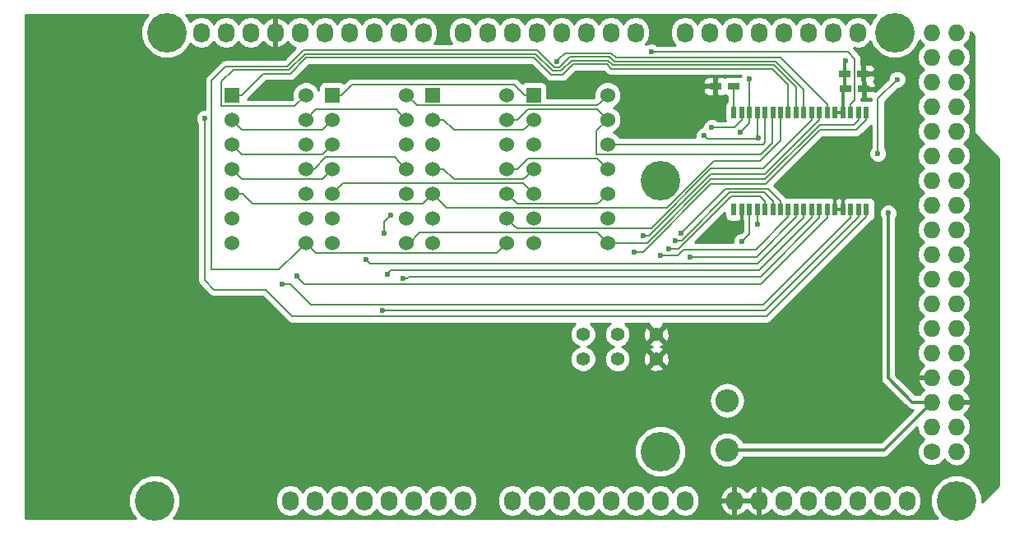
<source format=gbl>
G04 #@! TF.FileFunction,Copper,L2,Bot,Signal*
%FSLAX46Y46*%
G04 Gerber Fmt 4.6, Leading zero omitted, Abs format (unit mm)*
G04 Created by KiCad (PCBNEW 4.0.7) date 01/09/18 02:40:13*
%MOMM*%
%LPD*%
G01*
G04 APERTURE LIST*
%ADD10C,0.100000*%
%ADD11R,0.600000X1.250000*%
%ADD12C,1.727200*%
%ADD13O,1.727200X1.727200*%
%ADD14O,1.727200X2.032000*%
%ADD15C,4.064000*%
%ADD16R,1.200000X0.750000*%
%ADD17R,1.524000X1.524000*%
%ADD18C,1.524000*%
%ADD19C,2.400000*%
%ADD20O,2.400000X2.400000*%
%ADD21C,1.400000*%
%ADD22C,0.600000*%
%ADD23C,0.304800*%
%ADD24C,0.177800*%
%ADD25C,0.254000*%
G04 APERTURE END LIST*
D10*
D11*
X179400000Y-89100000D03*
X182600000Y-89100000D03*
X183400000Y-89100000D03*
X185800000Y-89100000D03*
X187400000Y-89100000D03*
X188200000Y-89100000D03*
X189000000Y-89100000D03*
X180200000Y-89100000D03*
X181800000Y-89100000D03*
X181000000Y-89100000D03*
X177800000Y-89100000D03*
X185000000Y-89100000D03*
X186600000Y-89100000D03*
X189800000Y-89100000D03*
X190600000Y-89100000D03*
X177000000Y-89100000D03*
X178600000Y-89100000D03*
X184200000Y-89100000D03*
X177000000Y-79100000D03*
X177800000Y-79100000D03*
X178600000Y-79100000D03*
X179400000Y-79100000D03*
X180200000Y-79100000D03*
X181000000Y-79100000D03*
X181800000Y-79100000D03*
X182600000Y-79100000D03*
X183400000Y-79100000D03*
X184200000Y-79100000D03*
X185000000Y-79100000D03*
X185800000Y-79100000D03*
X186600000Y-79100000D03*
X187400000Y-79100000D03*
X188200000Y-79100000D03*
X189000000Y-79100000D03*
X189800000Y-79100000D03*
X190600000Y-79100000D03*
D12*
X197358000Y-114046000D03*
D13*
X199898000Y-114046000D03*
X197358000Y-111506000D03*
X199898000Y-111506000D03*
X197358000Y-108966000D03*
X199898000Y-108966000D03*
X197358000Y-106426000D03*
X199898000Y-106426000D03*
X197358000Y-103886000D03*
X199898000Y-103886000D03*
X197358000Y-101346000D03*
X199898000Y-101346000D03*
X197358000Y-98806000D03*
X199898000Y-98806000D03*
X197358000Y-96266000D03*
X199898000Y-96266000D03*
X197358000Y-93726000D03*
X199898000Y-93726000D03*
X197358000Y-91186000D03*
X199898000Y-91186000D03*
X197358000Y-88646000D03*
X199898000Y-88646000D03*
X197358000Y-86106000D03*
X199898000Y-86106000D03*
X197358000Y-83566000D03*
X199898000Y-83566000D03*
X197358000Y-81026000D03*
X199898000Y-81026000D03*
X197358000Y-78486000D03*
X199898000Y-78486000D03*
X197358000Y-75946000D03*
X199898000Y-75946000D03*
X197358000Y-73406000D03*
X199898000Y-73406000D03*
X197358000Y-70866000D03*
X199898000Y-70866000D03*
D14*
X131318000Y-119126000D03*
X133858000Y-119126000D03*
X136398000Y-119126000D03*
X138938000Y-119126000D03*
X141478000Y-119126000D03*
X144018000Y-119126000D03*
X146558000Y-119126000D03*
X149098000Y-119126000D03*
X154178000Y-119126000D03*
X156718000Y-119126000D03*
X159258000Y-119126000D03*
X161798000Y-119126000D03*
X164338000Y-119126000D03*
X166878000Y-119126000D03*
X169418000Y-119126000D03*
X171958000Y-119126000D03*
X177038000Y-119126000D03*
X179578000Y-119126000D03*
X182118000Y-119126000D03*
X184658000Y-119126000D03*
X187198000Y-119126000D03*
X189738000Y-119126000D03*
X192278000Y-119126000D03*
X194818000Y-119126000D03*
X122174000Y-70866000D03*
X124714000Y-70866000D03*
X127254000Y-70866000D03*
X129794000Y-70866000D03*
X132334000Y-70866000D03*
X134874000Y-70866000D03*
X137414000Y-70866000D03*
X139954000Y-70866000D03*
X142494000Y-70866000D03*
X145034000Y-70866000D03*
X149098000Y-70866000D03*
X151638000Y-70866000D03*
X154178000Y-70866000D03*
X156718000Y-70866000D03*
X159258000Y-70866000D03*
X161798000Y-70866000D03*
X164338000Y-70866000D03*
X166878000Y-70866000D03*
X171958000Y-70866000D03*
X174498000Y-70866000D03*
X177038000Y-70866000D03*
X179578000Y-70866000D03*
X182118000Y-70866000D03*
X184658000Y-70866000D03*
X187198000Y-70866000D03*
X189738000Y-70866000D03*
D15*
X117348000Y-119126000D03*
X169418000Y-114046000D03*
X199898000Y-119126000D03*
X118618000Y-70866000D03*
X169418000Y-86106000D03*
X193548000Y-70866000D03*
D16*
X188450000Y-76700000D03*
X190350000Y-76700000D03*
X177000000Y-76400000D03*
X175100000Y-76400000D03*
X188400000Y-75100000D03*
X190300000Y-75100000D03*
D17*
X125315001Y-77305001D03*
D18*
X125315001Y-79845001D03*
X125315001Y-82385001D03*
X125315001Y-84925001D03*
X125315001Y-87465001D03*
X125315001Y-90005001D03*
X125315001Y-92545001D03*
X132935001Y-77305001D03*
X132935001Y-79845001D03*
X132935001Y-82385001D03*
X132935001Y-84925001D03*
X132935001Y-87465001D03*
X132935001Y-90005001D03*
X132935001Y-92545001D03*
D17*
X135665001Y-77305001D03*
D18*
X135665001Y-79845001D03*
X135665001Y-82385001D03*
X135665001Y-84925001D03*
X135665001Y-87465001D03*
X135665001Y-90005001D03*
X135665001Y-92545001D03*
X143285001Y-77305001D03*
X143285001Y-79845001D03*
X143285001Y-82385001D03*
X143285001Y-84925001D03*
X143285001Y-87465001D03*
X143285001Y-90005001D03*
X143285001Y-92545001D03*
D17*
X146015001Y-77305001D03*
D18*
X146015001Y-79845001D03*
X146015001Y-82385001D03*
X146015001Y-84925001D03*
X146015001Y-87465001D03*
X146015001Y-90005001D03*
X146015001Y-92545001D03*
X153635001Y-77305001D03*
X153635001Y-79845001D03*
X153635001Y-82385001D03*
X153635001Y-84925001D03*
X153635001Y-87465001D03*
X153635001Y-90005001D03*
X153635001Y-92545001D03*
D17*
X156365001Y-77305001D03*
D18*
X156365001Y-79845001D03*
X156365001Y-82385001D03*
X156365001Y-84925001D03*
X156365001Y-87465001D03*
X156365001Y-90005001D03*
X156365001Y-92545001D03*
X163985001Y-77305001D03*
X163985001Y-79845001D03*
X163985001Y-82385001D03*
X163985001Y-84925001D03*
X163985001Y-87465001D03*
X163985001Y-90005001D03*
X163985001Y-92545001D03*
D19*
X176300000Y-113880000D03*
D20*
X176300000Y-108800000D03*
D21*
X169000000Y-104500000D03*
X169000000Y-101960000D03*
X161460000Y-104500000D03*
X161460000Y-101960000D03*
X165000000Y-104540000D03*
X165000000Y-102000000D03*
D22*
X191200000Y-102100000D03*
X186000000Y-98200000D03*
X169500000Y-71300000D03*
X172300000Y-77300000D03*
X177500000Y-90600000D03*
X157100000Y-101100000D03*
X192886511Y-89475752D03*
X179473331Y-81731091D03*
X173952845Y-81487289D03*
X178603634Y-75632309D03*
X177618938Y-81164709D03*
X188500000Y-73800000D03*
X122500000Y-79700000D03*
X130500000Y-96800000D03*
X132000000Y-96000000D03*
X139155702Y-94305969D03*
X141300000Y-95788910D03*
X142911090Y-96200000D03*
X140800000Y-99515547D03*
X141700000Y-89700000D03*
X141000000Y-91600000D03*
X158757754Y-73871448D03*
X167700000Y-91800000D03*
X168480657Y-72888901D03*
X166700000Y-93500000D03*
X172511090Y-93980110D03*
X171586554Y-91540414D03*
X170960258Y-92356198D03*
X170278764Y-93192783D03*
X169410748Y-93811090D03*
X177794846Y-92426166D03*
X179400000Y-90600000D03*
X174719931Y-80647519D03*
X191817856Y-83351244D03*
X193800000Y-75700000D03*
D23*
X186000000Y-98200000D02*
X189900000Y-102100000D01*
X189900000Y-102100000D02*
X191200000Y-102100000D01*
X175100000Y-76400000D02*
X173200000Y-76400000D01*
X173200000Y-76400000D02*
X172300000Y-77300000D01*
X177800000Y-89100000D02*
X177800000Y-90300000D01*
X177800000Y-90300000D02*
X177500000Y-90600000D01*
X195100000Y-74800000D02*
X191504800Y-74800000D01*
X191504800Y-74800000D02*
X191204800Y-75100000D01*
X191204800Y-75100000D02*
X190300000Y-75100000D01*
X195200000Y-74900000D02*
X195100000Y-74800000D01*
X195200000Y-82100000D02*
X195200000Y-74900000D01*
X192600000Y-84700000D02*
X195200000Y-82100000D01*
X191670200Y-84700000D02*
X192600000Y-84700000D01*
X188200000Y-89100000D02*
X188200000Y-88170200D01*
X188200000Y-88170200D02*
X191670200Y-84700000D01*
X188200000Y-89100000D02*
X187400000Y-89100000D01*
X187400000Y-89100000D02*
X187400000Y-88170200D01*
X157100000Y-101100000D02*
X157600000Y-101600000D01*
X197358000Y-108966000D02*
X195353932Y-108966000D01*
X195353932Y-108966000D02*
X192886511Y-106498579D01*
X192886511Y-106498579D02*
X192886511Y-89900016D01*
X192886511Y-89900016D02*
X192886511Y-89475752D01*
X176300000Y-113880000D02*
X192444000Y-113880000D01*
X192444000Y-113880000D02*
X197358000Y-108966000D01*
D24*
X179469594Y-81734828D02*
X179473331Y-81731091D01*
X173952845Y-81487289D02*
X174252844Y-81787288D01*
X174252844Y-81787288D02*
X179417134Y-81787288D01*
X179417134Y-81787288D02*
X179469594Y-81734828D01*
X179400000Y-79100000D02*
X179400000Y-81657760D01*
X179400000Y-81657760D02*
X179473331Y-81731091D01*
X178600000Y-79100000D02*
X178600000Y-75635943D01*
X178600000Y-75635943D02*
X178603634Y-75632309D01*
X178600000Y-80183647D02*
X177918937Y-80864710D01*
X178600000Y-79100000D02*
X178600000Y-80183647D01*
X177918937Y-80864710D02*
X177618938Y-81164709D01*
D23*
X187400000Y-79100000D02*
X188200000Y-79100000D01*
X188400000Y-75100000D02*
X188400000Y-73900000D01*
X188400000Y-73900000D02*
X188500000Y-73800000D01*
X188450000Y-76700000D02*
X188200000Y-76950000D01*
X188200000Y-76950000D02*
X188200000Y-79100000D01*
X188400000Y-75100000D02*
X188400000Y-76650000D01*
X188400000Y-76650000D02*
X188450000Y-76700000D01*
D24*
X177000000Y-79100000D02*
X177000000Y-78297200D01*
X177000000Y-78297200D02*
X177000000Y-76400000D01*
X182600000Y-79100000D02*
X182600000Y-76237222D01*
X158162092Y-75215972D02*
X156401742Y-73455622D01*
X182600000Y-76237222D02*
X180974022Y-74611244D01*
X156401742Y-73455622D02*
X132983205Y-73455622D01*
X180974022Y-74611244D02*
X164374024Y-74611244D01*
X128561043Y-75112475D02*
X126368517Y-77305001D01*
X164374024Y-74611244D02*
X163896213Y-74133433D01*
X163896213Y-74133433D02*
X160435955Y-74133433D01*
X160435955Y-74133433D02*
X159353416Y-75215972D01*
X159353416Y-75215972D02*
X158162092Y-75215972D01*
X132983205Y-73455622D02*
X131326354Y-75112475D01*
X131326354Y-75112475D02*
X128561043Y-75112475D01*
X126368517Y-77305001D02*
X126254801Y-77305001D01*
X126254801Y-77305001D02*
X125315001Y-77305001D01*
X190600000Y-89100000D02*
X190600000Y-89902800D01*
X190600000Y-89902800D02*
X180356305Y-100146495D01*
X180356305Y-100146495D02*
X131523585Y-100146495D01*
X131523585Y-100146495D02*
X128777090Y-97400000D01*
X128777090Y-97400000D02*
X123500000Y-97400000D01*
X123500000Y-97400000D02*
X122500000Y-96400000D01*
X122500000Y-96400000D02*
X122500000Y-79700000D01*
X125315001Y-79845001D02*
X126365902Y-80895902D01*
X126365902Y-80895902D02*
X134614100Y-80895902D01*
X134614100Y-80895902D02*
X134903002Y-80607000D01*
X134903002Y-80607000D02*
X135665001Y-79845001D01*
X189000000Y-89961750D02*
X180035113Y-98926637D01*
X130924264Y-96800000D02*
X130500000Y-96800000D01*
X189000000Y-89100000D02*
X189000000Y-89961750D01*
X133460941Y-98926637D02*
X131334304Y-96800000D01*
X180035113Y-98926637D02*
X133460941Y-98926637D01*
X131334304Y-96800000D02*
X130924264Y-96800000D01*
X125315001Y-82385001D02*
X126365902Y-83435902D01*
X126365902Y-83435902D02*
X134614100Y-83435902D01*
X134614100Y-83435902D02*
X134903002Y-83147000D01*
X134903002Y-83147000D02*
X135665001Y-82385001D01*
X186600000Y-89100000D02*
X186600000Y-89983342D01*
X186600000Y-89983342D02*
X179788331Y-96795011D01*
X179788331Y-96795011D02*
X132795011Y-96795011D01*
X132795011Y-96795011D02*
X132299999Y-96299999D01*
X132299999Y-96299999D02*
X132000000Y-96000000D01*
X125315001Y-84925001D02*
X126365902Y-85975902D01*
X126365902Y-85975902D02*
X134614100Y-85975902D01*
X134614100Y-85975902D02*
X134903002Y-85687000D01*
X134903002Y-85687000D02*
X135665001Y-84925001D01*
X181800000Y-82000000D02*
X181800000Y-79902800D01*
X181800000Y-79902800D02*
X181800000Y-79100000D01*
X179700000Y-84100000D02*
X181800000Y-82000000D01*
X174905664Y-84100000D02*
X179700000Y-84100000D01*
X125315001Y-87465001D02*
X126392631Y-87465001D01*
X126392631Y-87465001D02*
X127443532Y-88515902D01*
X127443532Y-88515902D02*
X144964100Y-88515902D01*
X144964100Y-88515902D02*
X145253002Y-88227000D01*
X170105664Y-88900000D02*
X174905664Y-84100000D01*
X147450000Y-88900000D02*
X170105664Y-88900000D01*
X146015001Y-87465001D02*
X147450000Y-88900000D01*
X145253002Y-88227000D02*
X146015001Y-87465001D01*
X183400000Y-79100000D02*
X183400000Y-76502916D01*
X183400000Y-76502916D02*
X181130516Y-74233433D01*
X181130516Y-74233433D02*
X164530518Y-74233433D01*
X164530518Y-74233433D02*
X164052707Y-73755622D01*
X164052707Y-73755622D02*
X160279461Y-73755622D01*
X160279461Y-73755622D02*
X159196922Y-74838161D01*
X159196922Y-74838161D02*
X158318586Y-74838161D01*
X158318586Y-74838161D02*
X156558236Y-73077811D01*
X156558236Y-73077811D02*
X132826710Y-73077812D01*
X132826710Y-73077812D02*
X131169860Y-74734664D01*
X124264100Y-78464100D02*
X131775902Y-78464100D01*
X131775902Y-78464100D02*
X132935001Y-77305001D01*
X131169860Y-74734664D02*
X125465336Y-74734664D01*
X125465336Y-74734664D02*
X124264100Y-75935900D01*
X124264100Y-75935900D02*
X124264100Y-78464100D01*
X184200000Y-89100000D02*
X184200000Y-89938925D01*
X184200000Y-89938925D02*
X179465508Y-94673417D01*
X179465508Y-94673417D02*
X139523150Y-94673417D01*
X139523150Y-94673417D02*
X139455701Y-94605968D01*
X139455701Y-94605968D02*
X139155702Y-94305969D01*
X132935001Y-79845001D02*
X133985902Y-78794100D01*
X133985902Y-78794100D02*
X142234100Y-78794100D01*
X142234100Y-78794100D02*
X142523002Y-79083002D01*
X142523002Y-79083002D02*
X143285001Y-79845001D01*
X185000000Y-89100000D02*
X185000000Y-89982643D01*
X141599999Y-95488911D02*
X141300000Y-95788910D01*
X185000000Y-89982643D02*
X179613078Y-95369565D01*
X179613078Y-95369565D02*
X141719345Y-95369565D01*
X141719345Y-95369565D02*
X141599999Y-95488911D01*
X185800000Y-89100000D02*
X185800000Y-89963279D01*
X185800000Y-89963279D02*
X179730716Y-96032563D01*
X179730716Y-96032563D02*
X143502791Y-96032563D01*
X143502791Y-96032563D02*
X143335354Y-96200000D01*
X143335354Y-96200000D02*
X142911090Y-96200000D01*
X132935001Y-84925001D02*
X133810582Y-84925001D01*
X133810582Y-84925001D02*
X135005708Y-83729875D01*
X135005708Y-83729875D02*
X142089875Y-83729875D01*
X142089875Y-83729875D02*
X142523002Y-84163002D01*
X142523002Y-84163002D02*
X143285001Y-84925001D01*
X180187253Y-99515547D02*
X141224264Y-99515547D01*
X189800000Y-89902800D02*
X180187253Y-99515547D01*
X189800000Y-89100000D02*
X189800000Y-89902800D01*
X141224264Y-99515547D02*
X140800000Y-99515547D01*
X141000000Y-91600000D02*
X141000000Y-90400000D01*
X141000000Y-90400000D02*
X141700000Y-89700000D01*
X185000000Y-79902800D02*
X180002800Y-84900000D01*
X185000000Y-79100000D02*
X185000000Y-79902800D01*
X180002800Y-84900000D02*
X174639969Y-84900000D01*
X174639969Y-84900000D02*
X168484067Y-91055902D01*
X168484067Y-91055902D02*
X154685902Y-91055902D01*
X154685902Y-91055902D02*
X154397000Y-90767000D01*
X154397000Y-90767000D02*
X153635001Y-90005001D01*
X152873002Y-93307000D02*
X153635001Y-92545001D01*
X152584100Y-93595902D02*
X152873002Y-93307000D01*
X133985902Y-93595902D02*
X152584100Y-93595902D01*
X132670215Y-72700002D02*
X131013366Y-74356853D01*
X184200000Y-76768611D02*
X181287010Y-73855622D01*
X130181095Y-95298907D02*
X132173002Y-93307000D01*
X132173002Y-93307000D02*
X132935001Y-92545001D01*
X184200000Y-79100000D02*
X184200000Y-76768611D01*
X123219047Y-95298907D02*
X130181095Y-95298907D01*
X123219047Y-75821991D02*
X123219047Y-95298907D01*
X124684185Y-74356853D02*
X123219047Y-75821991D01*
X131013366Y-74356853D02*
X124684185Y-74356853D01*
X132670219Y-72700000D02*
X132670215Y-72700002D01*
X158501061Y-74460350D02*
X156740711Y-72700000D01*
X160122967Y-73377811D02*
X159040428Y-74460350D01*
X164687012Y-73855622D02*
X164209201Y-73377811D01*
X164209201Y-73377811D02*
X160122967Y-73377811D01*
X181287010Y-73855622D02*
X164687012Y-73855622D01*
X156740711Y-72700000D02*
X132670219Y-72700000D01*
X159040428Y-74460350D02*
X158501061Y-74460350D01*
X132935001Y-92545001D02*
X133985902Y-93595902D01*
X164352559Y-72986864D02*
X159642338Y-72986864D01*
X159057753Y-73571449D02*
X158757754Y-73871448D01*
X186600000Y-78297200D02*
X181780611Y-73477811D01*
X186600000Y-79100000D02*
X186600000Y-78297200D01*
X181780611Y-73477811D02*
X164843506Y-73477811D01*
X159642338Y-72986864D02*
X159057753Y-73571449D01*
X164843506Y-73477811D02*
X164352559Y-72986864D01*
X135665001Y-77305001D02*
X136604801Y-77305001D01*
X136604801Y-77305001D02*
X137655702Y-76254100D01*
X137655702Y-76254100D02*
X154374300Y-76254100D01*
X154374300Y-76254100D02*
X155425201Y-77305001D01*
X155425201Y-77305001D02*
X156365001Y-77305001D01*
X168124264Y-91800000D02*
X167700000Y-91800000D01*
X168274273Y-91800000D02*
X168124264Y-91800000D01*
X174574273Y-85500000D02*
X168274273Y-91800000D01*
X185800000Y-79100000D02*
X185800000Y-79889249D01*
X180189249Y-85500000D02*
X174574273Y-85500000D01*
X185800000Y-79889249D02*
X180189249Y-85500000D01*
X156365001Y-87465001D02*
X155314100Y-86414100D01*
X155314100Y-86414100D02*
X136715902Y-86414100D01*
X136715902Y-86414100D02*
X136427000Y-86703002D01*
X136427000Y-86703002D02*
X135665001Y-87465001D01*
X168904921Y-72888901D02*
X168480657Y-72888901D01*
X189411099Y-73588901D02*
X188711099Y-72888901D01*
X189000000Y-79100000D02*
X189000000Y-78297200D01*
X189411099Y-77886101D02*
X189411099Y-73588901D01*
X188711099Y-72888901D02*
X168904921Y-72888901D01*
X189000000Y-78297200D02*
X189411099Y-77886101D01*
X143285001Y-77305001D02*
X144335902Y-78355902D01*
X144335902Y-78355902D02*
X162934100Y-78355902D01*
X162934100Y-78355902D02*
X163223002Y-78067000D01*
X163223002Y-78067000D02*
X163985001Y-77305001D01*
X180257858Y-86500000D02*
X174642883Y-86500000D01*
X189602800Y-80900000D02*
X185857858Y-80900000D01*
X185857858Y-80900000D02*
X180257858Y-86500000D01*
X190600000Y-79100000D02*
X190600000Y-79902800D01*
X190600000Y-79902800D02*
X189602800Y-80900000D01*
X174642883Y-86500000D02*
X167642883Y-93500000D01*
X167642883Y-93500000D02*
X167124264Y-93500000D01*
X167124264Y-93500000D02*
X166700000Y-93500000D01*
X143285001Y-92545001D02*
X143577535Y-92545001D01*
X143577535Y-92545001D02*
X144628436Y-91494100D01*
X144628436Y-91494100D02*
X162934100Y-91494100D01*
X162934100Y-91494100D02*
X163223002Y-91783002D01*
X163223002Y-91783002D02*
X163985001Y-92545001D01*
X189800000Y-79100000D02*
X189800000Y-79902800D01*
X165062631Y-92545001D02*
X163985001Y-92545001D01*
X168063577Y-92545001D02*
X165062631Y-92545001D01*
X185823554Y-80400000D02*
X180223554Y-86000000D01*
X189800000Y-79902800D02*
X189302800Y-80400000D01*
X189302800Y-80400000D02*
X185823554Y-80400000D01*
X174608578Y-86000000D02*
X168063577Y-92545001D01*
X180223554Y-86000000D02*
X174608578Y-86000000D01*
X183400000Y-89100000D02*
X183400000Y-89902800D01*
X183400000Y-89902800D02*
X179325531Y-93977269D01*
X179325531Y-93977269D02*
X172513931Y-93977269D01*
X172513931Y-93977269D02*
X172511090Y-93980110D01*
X146015001Y-79845001D02*
X147092631Y-79845001D01*
X147092631Y-79845001D02*
X148143532Y-80895902D01*
X148143532Y-80895902D02*
X155314100Y-80895902D01*
X155314100Y-80895902D02*
X155603002Y-80607000D01*
X155603002Y-80607000D02*
X156365001Y-79845001D01*
X171886553Y-91240415D02*
X171586554Y-91540414D01*
X176134276Y-86992692D02*
X171886553Y-91240415D01*
X181800000Y-88297200D02*
X180495492Y-86992692D01*
X181800000Y-89100000D02*
X181800000Y-88297200D01*
X180495492Y-86992692D02*
X176134276Y-86992692D01*
X171384522Y-92356198D02*
X170960258Y-92356198D01*
X176589311Y-87370503D02*
X171603616Y-92356198D01*
X171603616Y-92356198D02*
X171384522Y-92356198D01*
X181000000Y-89100000D02*
X181000000Y-88297200D01*
X181000000Y-88297200D02*
X180073303Y-87370503D01*
X180073303Y-87370503D02*
X176589311Y-87370503D01*
X146015001Y-84925001D02*
X147092631Y-84925001D01*
X147092631Y-84925001D02*
X148143532Y-85975902D01*
X148143532Y-85975902D02*
X155314100Y-85975902D01*
X155314100Y-85975902D02*
X155603002Y-85687000D01*
X155603002Y-85687000D02*
X156365001Y-84925001D01*
X153635001Y-79845001D02*
X154712631Y-79845001D01*
X154712631Y-79845001D02*
X155763532Y-78794100D01*
X155763532Y-78794100D02*
X162934100Y-78794100D01*
X162934100Y-78794100D02*
X163223002Y-79083002D01*
X162835902Y-80994100D02*
X163985001Y-79845001D01*
X168118859Y-83435902D02*
X162835902Y-83435902D01*
X170688527Y-83407288D02*
X168147473Y-83407288D01*
X179729794Y-83435902D02*
X170717141Y-83435902D01*
X162835902Y-83435902D02*
X162835902Y-80994100D01*
X168147473Y-83407288D02*
X168118859Y-83435902D01*
X180922189Y-82243507D02*
X179729794Y-83435902D01*
X170717141Y-83435902D02*
X170688527Y-83407288D01*
X181000000Y-79100000D02*
X180922189Y-79177811D01*
X180922189Y-79177811D02*
X180922189Y-82243507D01*
X163223002Y-79083002D02*
X163985001Y-79845001D01*
X165062631Y-82385001D02*
X163985001Y-82385001D01*
X179985001Y-82385001D02*
X165062631Y-82385001D01*
X180200000Y-82170002D02*
X179985001Y-82385001D01*
X180200000Y-79100000D02*
X180200000Y-82170002D01*
X170703028Y-93192783D02*
X170278764Y-93192783D01*
X176745805Y-87748314D02*
X171301336Y-93192783D01*
X180200000Y-89100000D02*
X180200000Y-88297200D01*
X180200000Y-88297200D02*
X179651114Y-87748314D01*
X179651114Y-87748314D02*
X176745805Y-87748314D01*
X171301336Y-93192783D02*
X170703028Y-93192783D01*
X153635001Y-84925001D02*
X154712631Y-84925001D01*
X154712631Y-84925001D02*
X155763532Y-83874100D01*
X155763532Y-83874100D02*
X162934100Y-83874100D01*
X162934100Y-83874100D02*
X163223002Y-84163002D01*
X163223002Y-84163002D02*
X163985001Y-84925001D01*
X153635001Y-87465001D02*
X154685902Y-88515902D01*
X154685902Y-88515902D02*
X162934100Y-88515902D01*
X162934100Y-88515902D02*
X163223002Y-88227000D01*
X182600000Y-89100000D02*
X182600000Y-89902800D01*
X182600000Y-89902800D02*
X179270263Y-93232537D01*
X179270263Y-93232537D02*
X171795887Y-93232537D01*
X169835012Y-93811090D02*
X169410748Y-93811090D01*
X171795887Y-93232537D02*
X171217334Y-93811090D01*
X171217334Y-93811090D02*
X169835012Y-93811090D01*
X163223002Y-88227000D02*
X163985001Y-87465001D01*
X178094845Y-92126167D02*
X177794846Y-92426166D01*
X178600000Y-91621012D02*
X178094845Y-92126167D01*
X178600000Y-89100000D02*
X178600000Y-91621012D01*
X179400000Y-90600000D02*
X179400000Y-89100000D01*
X175144195Y-80647519D02*
X174719931Y-80647519D01*
X177800000Y-79902800D02*
X177055281Y-80647519D01*
X177055281Y-80647519D02*
X175144195Y-80647519D01*
X177800000Y-79100000D02*
X177800000Y-79902800D01*
X191817856Y-82926980D02*
X191817856Y-83351244D01*
X191817856Y-77682144D02*
X191817856Y-82926980D01*
X193800000Y-75700000D02*
X191817856Y-77682144D01*
D25*
G36*
X116358345Y-69353293D02*
X115951464Y-70333173D01*
X115950538Y-71394172D01*
X116355709Y-72374761D01*
X117105293Y-73125655D01*
X118085173Y-73532536D01*
X119146172Y-73533462D01*
X120126761Y-73128291D01*
X120877655Y-72378707D01*
X121037071Y-71994789D01*
X121114330Y-72110415D01*
X121600511Y-72435271D01*
X122174000Y-72549345D01*
X122747489Y-72435271D01*
X123233670Y-72110415D01*
X123444000Y-71795634D01*
X123654330Y-72110415D01*
X124140511Y-72435271D01*
X124714000Y-72549345D01*
X125287489Y-72435271D01*
X125773670Y-72110415D01*
X125984000Y-71795634D01*
X126194330Y-72110415D01*
X126680511Y-72435271D01*
X127254000Y-72549345D01*
X127827489Y-72435271D01*
X128313670Y-72110415D01*
X128520461Y-71800931D01*
X128891964Y-72216732D01*
X129419209Y-72470709D01*
X129434974Y-72473358D01*
X129667000Y-72352217D01*
X129667000Y-70993000D01*
X129647000Y-70993000D01*
X129647000Y-70739000D01*
X129667000Y-70739000D01*
X129667000Y-69379783D01*
X129434974Y-69258642D01*
X129419209Y-69261291D01*
X128891964Y-69515268D01*
X128520461Y-69931069D01*
X128313670Y-69621585D01*
X127827489Y-69296729D01*
X127254000Y-69182655D01*
X126680511Y-69296729D01*
X126194330Y-69621585D01*
X125984000Y-69936366D01*
X125773670Y-69621585D01*
X125287489Y-69296729D01*
X124714000Y-69182655D01*
X124140511Y-69296729D01*
X123654330Y-69621585D01*
X123444000Y-69936366D01*
X123233670Y-69621585D01*
X122747489Y-69296729D01*
X122174000Y-69182655D01*
X121600511Y-69296729D01*
X121114330Y-69621585D01*
X121037208Y-69737007D01*
X120880291Y-69357239D01*
X120559612Y-69036000D01*
X191606193Y-69036000D01*
X191288345Y-69353293D01*
X191031579Y-69971655D01*
X190797670Y-69621585D01*
X190311489Y-69296729D01*
X189738000Y-69182655D01*
X189164511Y-69296729D01*
X188678330Y-69621585D01*
X188468000Y-69936366D01*
X188257670Y-69621585D01*
X187771489Y-69296729D01*
X187198000Y-69182655D01*
X186624511Y-69296729D01*
X186138330Y-69621585D01*
X185928000Y-69936366D01*
X185717670Y-69621585D01*
X185231489Y-69296729D01*
X184658000Y-69182655D01*
X184084511Y-69296729D01*
X183598330Y-69621585D01*
X183388000Y-69936366D01*
X183177670Y-69621585D01*
X182691489Y-69296729D01*
X182118000Y-69182655D01*
X181544511Y-69296729D01*
X181058330Y-69621585D01*
X180848000Y-69936366D01*
X180637670Y-69621585D01*
X180151489Y-69296729D01*
X179578000Y-69182655D01*
X179004511Y-69296729D01*
X178518330Y-69621585D01*
X178308000Y-69936366D01*
X178097670Y-69621585D01*
X177611489Y-69296729D01*
X177038000Y-69182655D01*
X176464511Y-69296729D01*
X175978330Y-69621585D01*
X175768000Y-69936366D01*
X175557670Y-69621585D01*
X175071489Y-69296729D01*
X174498000Y-69182655D01*
X173924511Y-69296729D01*
X173438330Y-69621585D01*
X173228000Y-69936366D01*
X173017670Y-69621585D01*
X172531489Y-69296729D01*
X171958000Y-69182655D01*
X171384511Y-69296729D01*
X170898330Y-69621585D01*
X170573474Y-70107766D01*
X170459400Y-70681255D01*
X170459400Y-71050745D01*
X170573474Y-71624234D01*
X170898330Y-72110415D01*
X170980024Y-72165001D01*
X169079157Y-72165001D01*
X169010984Y-72096709D01*
X168667456Y-71954063D01*
X168295490Y-71953739D01*
X167951714Y-72095784D01*
X167938897Y-72108579D01*
X168262526Y-71624234D01*
X168376600Y-71050745D01*
X168376600Y-70681255D01*
X168262526Y-70107766D01*
X167937670Y-69621585D01*
X167451489Y-69296729D01*
X166878000Y-69182655D01*
X166304511Y-69296729D01*
X165818330Y-69621585D01*
X165608000Y-69936366D01*
X165397670Y-69621585D01*
X164911489Y-69296729D01*
X164338000Y-69182655D01*
X163764511Y-69296729D01*
X163278330Y-69621585D01*
X163068000Y-69936366D01*
X162857670Y-69621585D01*
X162371489Y-69296729D01*
X161798000Y-69182655D01*
X161224511Y-69296729D01*
X160738330Y-69621585D01*
X160528000Y-69936366D01*
X160317670Y-69621585D01*
X159831489Y-69296729D01*
X159258000Y-69182655D01*
X158684511Y-69296729D01*
X158198330Y-69621585D01*
X157988000Y-69936366D01*
X157777670Y-69621585D01*
X157291489Y-69296729D01*
X156718000Y-69182655D01*
X156144511Y-69296729D01*
X155658330Y-69621585D01*
X155448000Y-69936366D01*
X155237670Y-69621585D01*
X154751489Y-69296729D01*
X154178000Y-69182655D01*
X153604511Y-69296729D01*
X153118330Y-69621585D01*
X152908000Y-69936366D01*
X152697670Y-69621585D01*
X152211489Y-69296729D01*
X151638000Y-69182655D01*
X151064511Y-69296729D01*
X150578330Y-69621585D01*
X150368000Y-69936366D01*
X150157670Y-69621585D01*
X149671489Y-69296729D01*
X149098000Y-69182655D01*
X148524511Y-69296729D01*
X148038330Y-69621585D01*
X147713474Y-70107766D01*
X147599400Y-70681255D01*
X147599400Y-71050745D01*
X147713474Y-71624234D01*
X147948584Y-71976100D01*
X146183416Y-71976100D01*
X146418526Y-71624234D01*
X146532600Y-71050745D01*
X146532600Y-70681255D01*
X146418526Y-70107766D01*
X146093670Y-69621585D01*
X145607489Y-69296729D01*
X145034000Y-69182655D01*
X144460511Y-69296729D01*
X143974330Y-69621585D01*
X143764000Y-69936366D01*
X143553670Y-69621585D01*
X143067489Y-69296729D01*
X142494000Y-69182655D01*
X141920511Y-69296729D01*
X141434330Y-69621585D01*
X141224000Y-69936366D01*
X141013670Y-69621585D01*
X140527489Y-69296729D01*
X139954000Y-69182655D01*
X139380511Y-69296729D01*
X138894330Y-69621585D01*
X138684000Y-69936366D01*
X138473670Y-69621585D01*
X137987489Y-69296729D01*
X137414000Y-69182655D01*
X136840511Y-69296729D01*
X136354330Y-69621585D01*
X136144000Y-69936366D01*
X135933670Y-69621585D01*
X135447489Y-69296729D01*
X134874000Y-69182655D01*
X134300511Y-69296729D01*
X133814330Y-69621585D01*
X133604000Y-69936366D01*
X133393670Y-69621585D01*
X132907489Y-69296729D01*
X132334000Y-69182655D01*
X131760511Y-69296729D01*
X131274330Y-69621585D01*
X131067539Y-69931069D01*
X130696036Y-69515268D01*
X130168791Y-69261291D01*
X130153026Y-69258642D01*
X129921000Y-69379783D01*
X129921000Y-70739000D01*
X129941000Y-70739000D01*
X129941000Y-70993000D01*
X129921000Y-70993000D01*
X129921000Y-72352217D01*
X130153026Y-72473358D01*
X130168791Y-72470709D01*
X130696036Y-72216732D01*
X131067539Y-71800931D01*
X131274330Y-72110415D01*
X131760511Y-72435271D01*
X131886197Y-72460271D01*
X130713517Y-73632953D01*
X124684190Y-73632953D01*
X124684185Y-73632952D01*
X124453122Y-73678914D01*
X124407160Y-73688057D01*
X124204097Y-73823739D01*
X124172310Y-73844978D01*
X122707172Y-75310116D01*
X122550251Y-75544966D01*
X122542227Y-75585304D01*
X122495146Y-75821991D01*
X122495147Y-75821996D01*
X122495147Y-78764995D01*
X122314833Y-78764838D01*
X121971057Y-78906883D01*
X121707808Y-79169673D01*
X121565162Y-79513201D01*
X121564838Y-79885167D01*
X121706883Y-80228943D01*
X121776100Y-80298281D01*
X121776100Y-96399995D01*
X121776099Y-96400000D01*
X121818833Y-96614833D01*
X121831204Y-96677025D01*
X121972256Y-96888125D01*
X121988125Y-96911875D01*
X122988123Y-97911872D01*
X122988125Y-97911875D01*
X123145047Y-98016726D01*
X123222976Y-98068797D01*
X123500000Y-98123901D01*
X123500005Y-98123900D01*
X128477240Y-98123900D01*
X131011708Y-100658367D01*
X131011710Y-100658370D01*
X131246560Y-100815291D01*
X131523585Y-100870395D01*
X160661883Y-100870395D01*
X160328902Y-101202796D01*
X160125232Y-101693287D01*
X160124769Y-102224383D01*
X160327582Y-102715229D01*
X160702796Y-103091098D01*
X161037527Y-103230091D01*
X160704771Y-103367582D01*
X160328902Y-103742796D01*
X160125232Y-104233287D01*
X160124769Y-104764383D01*
X160327582Y-105255229D01*
X160702796Y-105631098D01*
X161193287Y-105834768D01*
X161724383Y-105835231D01*
X162215229Y-105632418D01*
X162591098Y-105257204D01*
X162794768Y-104766713D01*
X162795231Y-104235617D01*
X162592418Y-103744771D01*
X162217204Y-103368902D01*
X161882473Y-103229909D01*
X162215229Y-103092418D01*
X162591098Y-102717204D01*
X162794768Y-102226713D01*
X162795231Y-101695617D01*
X162592418Y-101204771D01*
X162258625Y-100870395D01*
X164241953Y-100870395D01*
X163868902Y-101242796D01*
X163665232Y-101733287D01*
X163664769Y-102264383D01*
X163867582Y-102755229D01*
X164242796Y-103131098D01*
X164577527Y-103270091D01*
X164244771Y-103407582D01*
X163868902Y-103782796D01*
X163665232Y-104273287D01*
X163664769Y-104804383D01*
X163867582Y-105295229D01*
X164242796Y-105671098D01*
X164733287Y-105874768D01*
X165264383Y-105875231D01*
X165755229Y-105672418D01*
X165992785Y-105435275D01*
X168244331Y-105435275D01*
X168306169Y-105671042D01*
X168807122Y-105847419D01*
X169337440Y-105818664D01*
X169693831Y-105671042D01*
X169755669Y-105435275D01*
X169000000Y-104679605D01*
X168244331Y-105435275D01*
X165992785Y-105435275D01*
X166131098Y-105297204D01*
X166334768Y-104806713D01*
X166335203Y-104307122D01*
X167652581Y-104307122D01*
X167681336Y-104837440D01*
X167828958Y-105193831D01*
X168064725Y-105255669D01*
X168820395Y-104500000D01*
X169179605Y-104500000D01*
X169935275Y-105255669D01*
X170171042Y-105193831D01*
X170347419Y-104692878D01*
X170318664Y-104162560D01*
X170171042Y-103806169D01*
X169935275Y-103744331D01*
X169179605Y-104500000D01*
X168820395Y-104500000D01*
X168064725Y-103744331D01*
X167828958Y-103806169D01*
X167652581Y-104307122D01*
X166335203Y-104307122D01*
X166335231Y-104275617D01*
X166132418Y-103784771D01*
X165757204Y-103408902D01*
X165422473Y-103269909D01*
X165755229Y-103132418D01*
X165992785Y-102895275D01*
X168244331Y-102895275D01*
X168306169Y-103131042D01*
X168564445Y-103221977D01*
X168306169Y-103328958D01*
X168244331Y-103564725D01*
X169000000Y-104320395D01*
X169755669Y-103564725D01*
X169693831Y-103328958D01*
X169435555Y-103238023D01*
X169693831Y-103131042D01*
X169755669Y-102895275D01*
X169000000Y-102139605D01*
X168244331Y-102895275D01*
X165992785Y-102895275D01*
X166131098Y-102757204D01*
X166334768Y-102266713D01*
X166335203Y-101767122D01*
X167652581Y-101767122D01*
X167681336Y-102297440D01*
X167828958Y-102653831D01*
X168064725Y-102715669D01*
X168820395Y-101960000D01*
X169179605Y-101960000D01*
X169935275Y-102715669D01*
X170171042Y-102653831D01*
X170347419Y-102152878D01*
X170318664Y-101622560D01*
X170171042Y-101266169D01*
X169935275Y-101204331D01*
X169179605Y-101960000D01*
X168820395Y-101960000D01*
X168064725Y-101204331D01*
X167828958Y-101266169D01*
X167652581Y-101767122D01*
X166335203Y-101767122D01*
X166335231Y-101735617D01*
X166132418Y-101244771D01*
X165758694Y-100870395D01*
X168284809Y-100870395D01*
X168244331Y-101024725D01*
X169000000Y-101780395D01*
X169755669Y-101024725D01*
X169715191Y-100870395D01*
X180356300Y-100870395D01*
X180356305Y-100870396D01*
X180587368Y-100824434D01*
X180633330Y-100815291D01*
X180868180Y-100658370D01*
X180868181Y-100658369D01*
X191111872Y-90414677D01*
X191111875Y-90414675D01*
X191195600Y-90289371D01*
X191351441Y-90189090D01*
X191496431Y-89976890D01*
X191547440Y-89725000D01*
X191547440Y-88475000D01*
X191503162Y-88239683D01*
X191364090Y-88023559D01*
X191151890Y-87878569D01*
X190900000Y-87827560D01*
X190300000Y-87827560D01*
X190196329Y-87847067D01*
X190100000Y-87827560D01*
X189500000Y-87827560D01*
X189396329Y-87847067D01*
X189300000Y-87827560D01*
X188700000Y-87827560D01*
X188628677Y-87840980D01*
X188626310Y-87840000D01*
X188485750Y-87840000D01*
X188434471Y-87891279D01*
X188248559Y-88010910D01*
X188202031Y-88079006D01*
X188059699Y-87936673D01*
X187976433Y-87902183D01*
X187914250Y-87840000D01*
X187685750Y-87840000D01*
X187623567Y-87902183D01*
X187540301Y-87936673D01*
X187399064Y-88077911D01*
X187364090Y-88023559D01*
X187154823Y-87880573D01*
X187114250Y-87840000D01*
X186973690Y-87840000D01*
X186969665Y-87841667D01*
X186900000Y-87827560D01*
X186300000Y-87827560D01*
X186196329Y-87847067D01*
X186100000Y-87827560D01*
X185500000Y-87827560D01*
X185396329Y-87847067D01*
X185300000Y-87827560D01*
X184700000Y-87827560D01*
X184596329Y-87847067D01*
X184500000Y-87827560D01*
X183900000Y-87827560D01*
X183796329Y-87847067D01*
X183700000Y-87827560D01*
X183100000Y-87827560D01*
X182996329Y-87847067D01*
X182900000Y-87827560D01*
X182340095Y-87827560D01*
X182311875Y-87785325D01*
X181154079Y-86627529D01*
X186157708Y-81623900D01*
X189602795Y-81623900D01*
X189602800Y-81623901D01*
X189850088Y-81574711D01*
X189879825Y-81568796D01*
X190114675Y-81411875D01*
X191093956Y-80432593D01*
X191093956Y-82752744D01*
X191025664Y-82820917D01*
X190883018Y-83164445D01*
X190882694Y-83536411D01*
X191024739Y-83880187D01*
X191287529Y-84143436D01*
X191631057Y-84286082D01*
X192003023Y-84286406D01*
X192346799Y-84144361D01*
X192610048Y-83881571D01*
X192752694Y-83538043D01*
X192753018Y-83166077D01*
X192610973Y-82822301D01*
X192541756Y-82752963D01*
X192541756Y-77981994D01*
X193888672Y-76635078D01*
X193985167Y-76635162D01*
X194328943Y-76493117D01*
X194592192Y-76230327D01*
X194734838Y-75886799D01*
X194735162Y-75514833D01*
X194593117Y-75171057D01*
X194330327Y-74907808D01*
X193986799Y-74765162D01*
X193614833Y-74764838D01*
X193271057Y-74906883D01*
X193007808Y-75169673D01*
X192865162Y-75513201D01*
X192865077Y-75611173D01*
X191537750Y-76938500D01*
X191426250Y-76827000D01*
X190477000Y-76827000D01*
X190477000Y-77551250D01*
X190635750Y-77710000D01*
X191076309Y-77710000D01*
X191093956Y-77702690D01*
X191093956Y-77866837D01*
X190900000Y-77827560D01*
X190300000Y-77827560D01*
X190196329Y-77847067D01*
X190134999Y-77834647D01*
X190134999Y-77639251D01*
X190223000Y-77551250D01*
X190223000Y-76827000D01*
X190203000Y-76827000D01*
X190203000Y-76573000D01*
X190223000Y-76573000D01*
X190223000Y-75848750D01*
X190173000Y-75798750D01*
X190173000Y-75227000D01*
X190427000Y-75227000D01*
X190427000Y-75951250D01*
X190477000Y-76001250D01*
X190477000Y-76573000D01*
X191426250Y-76573000D01*
X191585000Y-76414250D01*
X191585000Y-76198690D01*
X191488327Y-75965301D01*
X191398026Y-75875000D01*
X191438327Y-75834699D01*
X191535000Y-75601310D01*
X191535000Y-75385750D01*
X191376250Y-75227000D01*
X190427000Y-75227000D01*
X190173000Y-75227000D01*
X190153000Y-75227000D01*
X190153000Y-74973000D01*
X190173000Y-74973000D01*
X190173000Y-74248750D01*
X190427000Y-74248750D01*
X190427000Y-74973000D01*
X191376250Y-74973000D01*
X191535000Y-74814250D01*
X191535000Y-74598690D01*
X191438327Y-74365301D01*
X191259698Y-74186673D01*
X191026309Y-74090000D01*
X190585750Y-74090000D01*
X190427000Y-74248750D01*
X190173000Y-74248750D01*
X190134999Y-74210749D01*
X190134999Y-73588901D01*
X190079895Y-73311876D01*
X189922974Y-73077026D01*
X189922971Y-73077024D01*
X189310198Y-72464250D01*
X189738000Y-72549345D01*
X190311489Y-72435271D01*
X190797670Y-72110415D01*
X191031739Y-71760106D01*
X191285709Y-72374761D01*
X192035293Y-73125655D01*
X193015173Y-73532536D01*
X194076172Y-73533462D01*
X195056761Y-73128291D01*
X195807655Y-72378707D01*
X196104214Y-71664513D01*
X196298330Y-71955029D01*
X196569172Y-72136000D01*
X196298330Y-72316971D01*
X195973474Y-72803152D01*
X195859400Y-73376641D01*
X195859400Y-73435359D01*
X195973474Y-74008848D01*
X196298330Y-74495029D01*
X196569172Y-74676000D01*
X196298330Y-74856971D01*
X195973474Y-75343152D01*
X195859400Y-75916641D01*
X195859400Y-75975359D01*
X195973474Y-76548848D01*
X196298330Y-77035029D01*
X196569172Y-77216000D01*
X196298330Y-77396971D01*
X195973474Y-77883152D01*
X195859400Y-78456641D01*
X195859400Y-78515359D01*
X195973474Y-79088848D01*
X196298330Y-79575029D01*
X196569172Y-79756000D01*
X196298330Y-79936971D01*
X195973474Y-80423152D01*
X195859400Y-80996641D01*
X195859400Y-81055359D01*
X195973474Y-81628848D01*
X196298330Y-82115029D01*
X196569172Y-82296000D01*
X196298330Y-82476971D01*
X195973474Y-82963152D01*
X195859400Y-83536641D01*
X195859400Y-83595359D01*
X195973474Y-84168848D01*
X196298330Y-84655029D01*
X196569172Y-84836000D01*
X196298330Y-85016971D01*
X195973474Y-85503152D01*
X195859400Y-86076641D01*
X195859400Y-86135359D01*
X195973474Y-86708848D01*
X196298330Y-87195029D01*
X196569172Y-87376000D01*
X196298330Y-87556971D01*
X195973474Y-88043152D01*
X195859400Y-88616641D01*
X195859400Y-88675359D01*
X195973474Y-89248848D01*
X196298330Y-89735029D01*
X196569172Y-89916000D01*
X196298330Y-90096971D01*
X195973474Y-90583152D01*
X195859400Y-91156641D01*
X195859400Y-91215359D01*
X195973474Y-91788848D01*
X196298330Y-92275029D01*
X196569172Y-92456000D01*
X196298330Y-92636971D01*
X195973474Y-93123152D01*
X195859400Y-93696641D01*
X195859400Y-93755359D01*
X195973474Y-94328848D01*
X196298330Y-94815029D01*
X196569172Y-94996000D01*
X196298330Y-95176971D01*
X195973474Y-95663152D01*
X195859400Y-96236641D01*
X195859400Y-96295359D01*
X195973474Y-96868848D01*
X196298330Y-97355029D01*
X196569172Y-97536000D01*
X196298330Y-97716971D01*
X195973474Y-98203152D01*
X195859400Y-98776641D01*
X195859400Y-98835359D01*
X195973474Y-99408848D01*
X196298330Y-99895029D01*
X196569172Y-100076000D01*
X196298330Y-100256971D01*
X195973474Y-100743152D01*
X195859400Y-101316641D01*
X195859400Y-101375359D01*
X195973474Y-101948848D01*
X196298330Y-102435029D01*
X196569172Y-102616000D01*
X196298330Y-102796971D01*
X195973474Y-103283152D01*
X195859400Y-103856641D01*
X195859400Y-103915359D01*
X195973474Y-104488848D01*
X196298330Y-104975029D01*
X196569161Y-105155992D01*
X196151179Y-105537510D01*
X195903032Y-106066973D01*
X196023531Y-106299000D01*
X197231000Y-106299000D01*
X197231000Y-106279000D01*
X197485000Y-106279000D01*
X197485000Y-106299000D01*
X197505000Y-106299000D01*
X197505000Y-106553000D01*
X197485000Y-106553000D01*
X197485000Y-106573000D01*
X197231000Y-106573000D01*
X197231000Y-106553000D01*
X196023531Y-106553000D01*
X195903032Y-106785027D01*
X196151179Y-107314490D01*
X196569161Y-107696008D01*
X196298330Y-107876971D01*
X196096788Y-108178600D01*
X195680084Y-108178600D01*
X193673911Y-106172427D01*
X193673911Y-90010863D01*
X193678703Y-90006079D01*
X193821349Y-89662551D01*
X193821673Y-89290585D01*
X193679628Y-88946809D01*
X193416838Y-88683560D01*
X193073310Y-88540914D01*
X192701344Y-88540590D01*
X192357568Y-88682635D01*
X192094319Y-88945425D01*
X191951673Y-89288953D01*
X191951349Y-89660919D01*
X192093394Y-90004695D01*
X192099111Y-90010422D01*
X192099111Y-106498579D01*
X192159048Y-106799904D01*
X192329735Y-107055355D01*
X194797156Y-109522776D01*
X195052607Y-109693463D01*
X195353932Y-109753400D01*
X195457048Y-109753400D01*
X192117848Y-113092600D01*
X177960126Y-113092600D01*
X177856545Y-112841914D01*
X177340801Y-112325270D01*
X176666605Y-112045319D01*
X175936597Y-112044682D01*
X175261914Y-112323455D01*
X174745270Y-112839199D01*
X174465319Y-113513395D01*
X174464682Y-114243403D01*
X174743455Y-114918086D01*
X175259199Y-115434730D01*
X175933395Y-115714681D01*
X176663403Y-115715318D01*
X177338086Y-115436545D01*
X177854730Y-114920801D01*
X177959951Y-114667400D01*
X192444000Y-114667400D01*
X192745325Y-114607463D01*
X193000776Y-114436776D01*
X195866500Y-111571052D01*
X195973474Y-112108848D01*
X196298330Y-112595029D01*
X196545544Y-112760212D01*
X196510220Y-112774808D01*
X196088290Y-113196003D01*
X195859661Y-113746602D01*
X195859141Y-114342782D01*
X196086808Y-114893780D01*
X196508003Y-115315710D01*
X197058602Y-115544339D01*
X197654782Y-115544859D01*
X198205780Y-115317192D01*
X198627710Y-114895997D01*
X198647220Y-114849012D01*
X198838330Y-115135029D01*
X199324511Y-115459885D01*
X199898000Y-115573959D01*
X200471489Y-115459885D01*
X200957670Y-115135029D01*
X201282526Y-114648848D01*
X201396600Y-114075359D01*
X201396600Y-114016641D01*
X201282526Y-113443152D01*
X200957670Y-112956971D01*
X200686828Y-112776000D01*
X200957670Y-112595029D01*
X201282526Y-112108848D01*
X201396600Y-111535359D01*
X201396600Y-111476641D01*
X201282526Y-110903152D01*
X200957670Y-110416971D01*
X200686839Y-110236008D01*
X201104821Y-109854490D01*
X201352968Y-109325027D01*
X201232469Y-109093000D01*
X200025000Y-109093000D01*
X200025000Y-109113000D01*
X199771000Y-109113000D01*
X199771000Y-109093000D01*
X199751000Y-109093000D01*
X199751000Y-108839000D01*
X199771000Y-108839000D01*
X199771000Y-108819000D01*
X200025000Y-108819000D01*
X200025000Y-108839000D01*
X201232469Y-108839000D01*
X201352968Y-108606973D01*
X201104821Y-108077510D01*
X200686839Y-107695992D01*
X200957670Y-107515029D01*
X201282526Y-107028848D01*
X201396600Y-106455359D01*
X201396600Y-106396641D01*
X201282526Y-105823152D01*
X200957670Y-105336971D01*
X200686828Y-105156000D01*
X200957670Y-104975029D01*
X201282526Y-104488848D01*
X201396600Y-103915359D01*
X201396600Y-103856641D01*
X201282526Y-103283152D01*
X200957670Y-102796971D01*
X200686828Y-102616000D01*
X200957670Y-102435029D01*
X201282526Y-101948848D01*
X201396600Y-101375359D01*
X201396600Y-101316641D01*
X201282526Y-100743152D01*
X200957670Y-100256971D01*
X200686828Y-100076000D01*
X200957670Y-99895029D01*
X201282526Y-99408848D01*
X201396600Y-98835359D01*
X201396600Y-98776641D01*
X201282526Y-98203152D01*
X200957670Y-97716971D01*
X200686828Y-97536000D01*
X200957670Y-97355029D01*
X201282526Y-96868848D01*
X201396600Y-96295359D01*
X201396600Y-96236641D01*
X201282526Y-95663152D01*
X200957670Y-95176971D01*
X200686828Y-94996000D01*
X200957670Y-94815029D01*
X201282526Y-94328848D01*
X201396600Y-93755359D01*
X201396600Y-93696641D01*
X201282526Y-93123152D01*
X200957670Y-92636971D01*
X200686828Y-92456000D01*
X200957670Y-92275029D01*
X201282526Y-91788848D01*
X201396600Y-91215359D01*
X201396600Y-91156641D01*
X201282526Y-90583152D01*
X200957670Y-90096971D01*
X200686828Y-89916000D01*
X200957670Y-89735029D01*
X201282526Y-89248848D01*
X201396600Y-88675359D01*
X201396600Y-88616641D01*
X201282526Y-88043152D01*
X200957670Y-87556971D01*
X200686828Y-87376000D01*
X200957670Y-87195029D01*
X201282526Y-86708848D01*
X201396600Y-86135359D01*
X201396600Y-86076641D01*
X201282526Y-85503152D01*
X200957670Y-85016971D01*
X200686828Y-84836000D01*
X200957670Y-84655029D01*
X201282526Y-84168848D01*
X201396600Y-83595359D01*
X201396600Y-83536641D01*
X201282526Y-82963152D01*
X200957670Y-82476971D01*
X200686828Y-82296000D01*
X200957670Y-82115029D01*
X201282526Y-81628848D01*
X201396600Y-81055359D01*
X201396600Y-80996641D01*
X201282526Y-80423152D01*
X200957670Y-79936971D01*
X200686828Y-79756000D01*
X200957670Y-79575029D01*
X201282526Y-79088848D01*
X201396600Y-78515359D01*
X201396600Y-78456641D01*
X201282526Y-77883152D01*
X200957670Y-77396971D01*
X200686828Y-77216000D01*
X200957670Y-77035029D01*
X201282526Y-76548848D01*
X201396600Y-75975359D01*
X201396600Y-75916641D01*
X201282526Y-75343152D01*
X200957670Y-74856971D01*
X200686828Y-74676000D01*
X200957670Y-74495029D01*
X201282526Y-74008848D01*
X201396600Y-73435359D01*
X201396600Y-73376641D01*
X201282526Y-72803152D01*
X200957670Y-72316971D01*
X200686828Y-72136000D01*
X200957670Y-71955029D01*
X201282526Y-71468848D01*
X201396600Y-70895359D01*
X201396600Y-70836641D01*
X201394626Y-70826717D01*
X201728000Y-71160091D01*
X201728000Y-81026000D01*
X201782046Y-81297705D01*
X201935954Y-81528046D01*
X204268000Y-83860091D01*
X204268000Y-117561909D01*
X202564880Y-119265029D01*
X202565462Y-118597828D01*
X202160291Y-117617239D01*
X201410707Y-116866345D01*
X200430827Y-116459464D01*
X199369828Y-116458538D01*
X198389239Y-116863709D01*
X197638345Y-117613293D01*
X197231464Y-118593173D01*
X197230538Y-119654172D01*
X197635709Y-120634761D01*
X197956388Y-120956000D01*
X119289807Y-120956000D01*
X119607655Y-120638707D01*
X120014536Y-119658827D01*
X120015162Y-118941255D01*
X129819400Y-118941255D01*
X129819400Y-119310745D01*
X129933474Y-119884234D01*
X130258330Y-120370415D01*
X130744511Y-120695271D01*
X131318000Y-120809345D01*
X131891489Y-120695271D01*
X132377670Y-120370415D01*
X132588000Y-120055634D01*
X132798330Y-120370415D01*
X133284511Y-120695271D01*
X133858000Y-120809345D01*
X134431489Y-120695271D01*
X134917670Y-120370415D01*
X135128000Y-120055634D01*
X135338330Y-120370415D01*
X135824511Y-120695271D01*
X136398000Y-120809345D01*
X136971489Y-120695271D01*
X137457670Y-120370415D01*
X137668000Y-120055634D01*
X137878330Y-120370415D01*
X138364511Y-120695271D01*
X138938000Y-120809345D01*
X139511489Y-120695271D01*
X139997670Y-120370415D01*
X140208000Y-120055634D01*
X140418330Y-120370415D01*
X140904511Y-120695271D01*
X141478000Y-120809345D01*
X142051489Y-120695271D01*
X142537670Y-120370415D01*
X142748000Y-120055634D01*
X142958330Y-120370415D01*
X143444511Y-120695271D01*
X144018000Y-120809345D01*
X144591489Y-120695271D01*
X145077670Y-120370415D01*
X145288000Y-120055634D01*
X145498330Y-120370415D01*
X145984511Y-120695271D01*
X146558000Y-120809345D01*
X147131489Y-120695271D01*
X147617670Y-120370415D01*
X147828000Y-120055634D01*
X148038330Y-120370415D01*
X148524511Y-120695271D01*
X149098000Y-120809345D01*
X149671489Y-120695271D01*
X150157670Y-120370415D01*
X150482526Y-119884234D01*
X150596600Y-119310745D01*
X150596600Y-118941255D01*
X152679400Y-118941255D01*
X152679400Y-119310745D01*
X152793474Y-119884234D01*
X153118330Y-120370415D01*
X153604511Y-120695271D01*
X154178000Y-120809345D01*
X154751489Y-120695271D01*
X155237670Y-120370415D01*
X155448000Y-120055634D01*
X155658330Y-120370415D01*
X156144511Y-120695271D01*
X156718000Y-120809345D01*
X157291489Y-120695271D01*
X157777670Y-120370415D01*
X157988000Y-120055634D01*
X158198330Y-120370415D01*
X158684511Y-120695271D01*
X159258000Y-120809345D01*
X159831489Y-120695271D01*
X160317670Y-120370415D01*
X160528000Y-120055634D01*
X160738330Y-120370415D01*
X161224511Y-120695271D01*
X161798000Y-120809345D01*
X162371489Y-120695271D01*
X162857670Y-120370415D01*
X163068000Y-120055634D01*
X163278330Y-120370415D01*
X163764511Y-120695271D01*
X164338000Y-120809345D01*
X164911489Y-120695271D01*
X165397670Y-120370415D01*
X165608000Y-120055634D01*
X165818330Y-120370415D01*
X166304511Y-120695271D01*
X166878000Y-120809345D01*
X167451489Y-120695271D01*
X167937670Y-120370415D01*
X168148000Y-120055634D01*
X168358330Y-120370415D01*
X168844511Y-120695271D01*
X169418000Y-120809345D01*
X169991489Y-120695271D01*
X170477670Y-120370415D01*
X170688000Y-120055634D01*
X170898330Y-120370415D01*
X171384511Y-120695271D01*
X171958000Y-120809345D01*
X172531489Y-120695271D01*
X173017670Y-120370415D01*
X173342526Y-119884234D01*
X173421359Y-119487913D01*
X175552816Y-119487913D01*
X175746046Y-120040320D01*
X176135964Y-120476732D01*
X176663209Y-120730709D01*
X176678974Y-120733358D01*
X176911000Y-120612217D01*
X176911000Y-119253000D01*
X177165000Y-119253000D01*
X177165000Y-120612217D01*
X177397026Y-120733358D01*
X177412791Y-120730709D01*
X177940036Y-120476732D01*
X178308000Y-120064892D01*
X178675964Y-120476732D01*
X179203209Y-120730709D01*
X179218974Y-120733358D01*
X179451000Y-120612217D01*
X179451000Y-119253000D01*
X177165000Y-119253000D01*
X176911000Y-119253000D01*
X175697076Y-119253000D01*
X175552816Y-119487913D01*
X173421359Y-119487913D01*
X173456600Y-119310745D01*
X173456600Y-118941255D01*
X173421360Y-118764087D01*
X175552816Y-118764087D01*
X175697076Y-118999000D01*
X176911000Y-118999000D01*
X176911000Y-117639783D01*
X177165000Y-117639783D01*
X177165000Y-118999000D01*
X179451000Y-118999000D01*
X179451000Y-117639783D01*
X179705000Y-117639783D01*
X179705000Y-118999000D01*
X179725000Y-118999000D01*
X179725000Y-119253000D01*
X179705000Y-119253000D01*
X179705000Y-120612217D01*
X179937026Y-120733358D01*
X179952791Y-120730709D01*
X180480036Y-120476732D01*
X180851539Y-120060931D01*
X181058330Y-120370415D01*
X181544511Y-120695271D01*
X182118000Y-120809345D01*
X182691489Y-120695271D01*
X183177670Y-120370415D01*
X183388000Y-120055634D01*
X183598330Y-120370415D01*
X184084511Y-120695271D01*
X184658000Y-120809345D01*
X185231489Y-120695271D01*
X185717670Y-120370415D01*
X185928000Y-120055634D01*
X186138330Y-120370415D01*
X186624511Y-120695271D01*
X187198000Y-120809345D01*
X187771489Y-120695271D01*
X188257670Y-120370415D01*
X188468000Y-120055634D01*
X188678330Y-120370415D01*
X189164511Y-120695271D01*
X189738000Y-120809345D01*
X190311489Y-120695271D01*
X190797670Y-120370415D01*
X191008000Y-120055634D01*
X191218330Y-120370415D01*
X191704511Y-120695271D01*
X192278000Y-120809345D01*
X192851489Y-120695271D01*
X193337670Y-120370415D01*
X193548000Y-120055634D01*
X193758330Y-120370415D01*
X194244511Y-120695271D01*
X194818000Y-120809345D01*
X195391489Y-120695271D01*
X195877670Y-120370415D01*
X196202526Y-119884234D01*
X196316600Y-119310745D01*
X196316600Y-118941255D01*
X196202526Y-118367766D01*
X195877670Y-117881585D01*
X195391489Y-117556729D01*
X194818000Y-117442655D01*
X194244511Y-117556729D01*
X193758330Y-117881585D01*
X193548000Y-118196366D01*
X193337670Y-117881585D01*
X192851489Y-117556729D01*
X192278000Y-117442655D01*
X191704511Y-117556729D01*
X191218330Y-117881585D01*
X191008000Y-118196366D01*
X190797670Y-117881585D01*
X190311489Y-117556729D01*
X189738000Y-117442655D01*
X189164511Y-117556729D01*
X188678330Y-117881585D01*
X188468000Y-118196366D01*
X188257670Y-117881585D01*
X187771489Y-117556729D01*
X187198000Y-117442655D01*
X186624511Y-117556729D01*
X186138330Y-117881585D01*
X185928000Y-118196366D01*
X185717670Y-117881585D01*
X185231489Y-117556729D01*
X184658000Y-117442655D01*
X184084511Y-117556729D01*
X183598330Y-117881585D01*
X183388000Y-118196366D01*
X183177670Y-117881585D01*
X182691489Y-117556729D01*
X182118000Y-117442655D01*
X181544511Y-117556729D01*
X181058330Y-117881585D01*
X180851539Y-118191069D01*
X180480036Y-117775268D01*
X179952791Y-117521291D01*
X179937026Y-117518642D01*
X179705000Y-117639783D01*
X179451000Y-117639783D01*
X179218974Y-117518642D01*
X179203209Y-117521291D01*
X178675964Y-117775268D01*
X178308000Y-118187108D01*
X177940036Y-117775268D01*
X177412791Y-117521291D01*
X177397026Y-117518642D01*
X177165000Y-117639783D01*
X176911000Y-117639783D01*
X176678974Y-117518642D01*
X176663209Y-117521291D01*
X176135964Y-117775268D01*
X175746046Y-118211680D01*
X175552816Y-118764087D01*
X173421360Y-118764087D01*
X173342526Y-118367766D01*
X173017670Y-117881585D01*
X172531489Y-117556729D01*
X171958000Y-117442655D01*
X171384511Y-117556729D01*
X170898330Y-117881585D01*
X170688000Y-118196366D01*
X170477670Y-117881585D01*
X169991489Y-117556729D01*
X169418000Y-117442655D01*
X168844511Y-117556729D01*
X168358330Y-117881585D01*
X168148000Y-118196366D01*
X167937670Y-117881585D01*
X167451489Y-117556729D01*
X166878000Y-117442655D01*
X166304511Y-117556729D01*
X165818330Y-117881585D01*
X165608000Y-118196366D01*
X165397670Y-117881585D01*
X164911489Y-117556729D01*
X164338000Y-117442655D01*
X163764511Y-117556729D01*
X163278330Y-117881585D01*
X163068000Y-118196366D01*
X162857670Y-117881585D01*
X162371489Y-117556729D01*
X161798000Y-117442655D01*
X161224511Y-117556729D01*
X160738330Y-117881585D01*
X160528000Y-118196366D01*
X160317670Y-117881585D01*
X159831489Y-117556729D01*
X159258000Y-117442655D01*
X158684511Y-117556729D01*
X158198330Y-117881585D01*
X157988000Y-118196366D01*
X157777670Y-117881585D01*
X157291489Y-117556729D01*
X156718000Y-117442655D01*
X156144511Y-117556729D01*
X155658330Y-117881585D01*
X155448000Y-118196366D01*
X155237670Y-117881585D01*
X154751489Y-117556729D01*
X154178000Y-117442655D01*
X153604511Y-117556729D01*
X153118330Y-117881585D01*
X152793474Y-118367766D01*
X152679400Y-118941255D01*
X150596600Y-118941255D01*
X150482526Y-118367766D01*
X150157670Y-117881585D01*
X149671489Y-117556729D01*
X149098000Y-117442655D01*
X148524511Y-117556729D01*
X148038330Y-117881585D01*
X147828000Y-118196366D01*
X147617670Y-117881585D01*
X147131489Y-117556729D01*
X146558000Y-117442655D01*
X145984511Y-117556729D01*
X145498330Y-117881585D01*
X145288000Y-118196366D01*
X145077670Y-117881585D01*
X144591489Y-117556729D01*
X144018000Y-117442655D01*
X143444511Y-117556729D01*
X142958330Y-117881585D01*
X142748000Y-118196366D01*
X142537670Y-117881585D01*
X142051489Y-117556729D01*
X141478000Y-117442655D01*
X140904511Y-117556729D01*
X140418330Y-117881585D01*
X140208000Y-118196366D01*
X139997670Y-117881585D01*
X139511489Y-117556729D01*
X138938000Y-117442655D01*
X138364511Y-117556729D01*
X137878330Y-117881585D01*
X137668000Y-118196366D01*
X137457670Y-117881585D01*
X136971489Y-117556729D01*
X136398000Y-117442655D01*
X135824511Y-117556729D01*
X135338330Y-117881585D01*
X135128000Y-118196366D01*
X134917670Y-117881585D01*
X134431489Y-117556729D01*
X133858000Y-117442655D01*
X133284511Y-117556729D01*
X132798330Y-117881585D01*
X132588000Y-118196366D01*
X132377670Y-117881585D01*
X131891489Y-117556729D01*
X131318000Y-117442655D01*
X130744511Y-117556729D01*
X130258330Y-117881585D01*
X129933474Y-118367766D01*
X129819400Y-118941255D01*
X120015162Y-118941255D01*
X120015462Y-118597828D01*
X119610291Y-117617239D01*
X118860707Y-116866345D01*
X117880827Y-116459464D01*
X116819828Y-116458538D01*
X115839239Y-116863709D01*
X115088345Y-117613293D01*
X114681464Y-118593173D01*
X114680538Y-119654172D01*
X115085709Y-120634761D01*
X115406388Y-120956000D01*
X104088000Y-120956000D01*
X104088000Y-114574172D01*
X166750538Y-114574172D01*
X167155709Y-115554761D01*
X167905293Y-116305655D01*
X168885173Y-116712536D01*
X169946172Y-116713462D01*
X170926761Y-116308291D01*
X171677655Y-115558707D01*
X172084536Y-114578827D01*
X172085462Y-113517828D01*
X171680291Y-112537239D01*
X170930707Y-111786345D01*
X169950827Y-111379464D01*
X168889828Y-111378538D01*
X167909239Y-111783709D01*
X167158345Y-112533293D01*
X166751464Y-113513173D01*
X166750538Y-114574172D01*
X104088000Y-114574172D01*
X104088000Y-108764050D01*
X174465000Y-108764050D01*
X174465000Y-108835950D01*
X174604681Y-109538174D01*
X175002459Y-110133491D01*
X175597776Y-110531269D01*
X176300000Y-110670950D01*
X177002224Y-110531269D01*
X177597541Y-110133491D01*
X177995319Y-109538174D01*
X178135000Y-108835950D01*
X178135000Y-108764050D01*
X177995319Y-108061826D01*
X177597541Y-107466509D01*
X177002224Y-107068731D01*
X176300000Y-106929050D01*
X175597776Y-107068731D01*
X175002459Y-107466509D01*
X174604681Y-108061826D01*
X174465000Y-108764050D01*
X104088000Y-108764050D01*
X104088000Y-69036000D01*
X116676193Y-69036000D01*
X116358345Y-69353293D01*
X116358345Y-69353293D01*
G37*
X116358345Y-69353293D02*
X115951464Y-70333173D01*
X115950538Y-71394172D01*
X116355709Y-72374761D01*
X117105293Y-73125655D01*
X118085173Y-73532536D01*
X119146172Y-73533462D01*
X120126761Y-73128291D01*
X120877655Y-72378707D01*
X121037071Y-71994789D01*
X121114330Y-72110415D01*
X121600511Y-72435271D01*
X122174000Y-72549345D01*
X122747489Y-72435271D01*
X123233670Y-72110415D01*
X123444000Y-71795634D01*
X123654330Y-72110415D01*
X124140511Y-72435271D01*
X124714000Y-72549345D01*
X125287489Y-72435271D01*
X125773670Y-72110415D01*
X125984000Y-71795634D01*
X126194330Y-72110415D01*
X126680511Y-72435271D01*
X127254000Y-72549345D01*
X127827489Y-72435271D01*
X128313670Y-72110415D01*
X128520461Y-71800931D01*
X128891964Y-72216732D01*
X129419209Y-72470709D01*
X129434974Y-72473358D01*
X129667000Y-72352217D01*
X129667000Y-70993000D01*
X129647000Y-70993000D01*
X129647000Y-70739000D01*
X129667000Y-70739000D01*
X129667000Y-69379783D01*
X129434974Y-69258642D01*
X129419209Y-69261291D01*
X128891964Y-69515268D01*
X128520461Y-69931069D01*
X128313670Y-69621585D01*
X127827489Y-69296729D01*
X127254000Y-69182655D01*
X126680511Y-69296729D01*
X126194330Y-69621585D01*
X125984000Y-69936366D01*
X125773670Y-69621585D01*
X125287489Y-69296729D01*
X124714000Y-69182655D01*
X124140511Y-69296729D01*
X123654330Y-69621585D01*
X123444000Y-69936366D01*
X123233670Y-69621585D01*
X122747489Y-69296729D01*
X122174000Y-69182655D01*
X121600511Y-69296729D01*
X121114330Y-69621585D01*
X121037208Y-69737007D01*
X120880291Y-69357239D01*
X120559612Y-69036000D01*
X191606193Y-69036000D01*
X191288345Y-69353293D01*
X191031579Y-69971655D01*
X190797670Y-69621585D01*
X190311489Y-69296729D01*
X189738000Y-69182655D01*
X189164511Y-69296729D01*
X188678330Y-69621585D01*
X188468000Y-69936366D01*
X188257670Y-69621585D01*
X187771489Y-69296729D01*
X187198000Y-69182655D01*
X186624511Y-69296729D01*
X186138330Y-69621585D01*
X185928000Y-69936366D01*
X185717670Y-69621585D01*
X185231489Y-69296729D01*
X184658000Y-69182655D01*
X184084511Y-69296729D01*
X183598330Y-69621585D01*
X183388000Y-69936366D01*
X183177670Y-69621585D01*
X182691489Y-69296729D01*
X182118000Y-69182655D01*
X181544511Y-69296729D01*
X181058330Y-69621585D01*
X180848000Y-69936366D01*
X180637670Y-69621585D01*
X180151489Y-69296729D01*
X179578000Y-69182655D01*
X179004511Y-69296729D01*
X178518330Y-69621585D01*
X178308000Y-69936366D01*
X178097670Y-69621585D01*
X177611489Y-69296729D01*
X177038000Y-69182655D01*
X176464511Y-69296729D01*
X175978330Y-69621585D01*
X175768000Y-69936366D01*
X175557670Y-69621585D01*
X175071489Y-69296729D01*
X174498000Y-69182655D01*
X173924511Y-69296729D01*
X173438330Y-69621585D01*
X173228000Y-69936366D01*
X173017670Y-69621585D01*
X172531489Y-69296729D01*
X171958000Y-69182655D01*
X171384511Y-69296729D01*
X170898330Y-69621585D01*
X170573474Y-70107766D01*
X170459400Y-70681255D01*
X170459400Y-71050745D01*
X170573474Y-71624234D01*
X170898330Y-72110415D01*
X170980024Y-72165001D01*
X169079157Y-72165001D01*
X169010984Y-72096709D01*
X168667456Y-71954063D01*
X168295490Y-71953739D01*
X167951714Y-72095784D01*
X167938897Y-72108579D01*
X168262526Y-71624234D01*
X168376600Y-71050745D01*
X168376600Y-70681255D01*
X168262526Y-70107766D01*
X167937670Y-69621585D01*
X167451489Y-69296729D01*
X166878000Y-69182655D01*
X166304511Y-69296729D01*
X165818330Y-69621585D01*
X165608000Y-69936366D01*
X165397670Y-69621585D01*
X164911489Y-69296729D01*
X164338000Y-69182655D01*
X163764511Y-69296729D01*
X163278330Y-69621585D01*
X163068000Y-69936366D01*
X162857670Y-69621585D01*
X162371489Y-69296729D01*
X161798000Y-69182655D01*
X161224511Y-69296729D01*
X160738330Y-69621585D01*
X160528000Y-69936366D01*
X160317670Y-69621585D01*
X159831489Y-69296729D01*
X159258000Y-69182655D01*
X158684511Y-69296729D01*
X158198330Y-69621585D01*
X157988000Y-69936366D01*
X157777670Y-69621585D01*
X157291489Y-69296729D01*
X156718000Y-69182655D01*
X156144511Y-69296729D01*
X155658330Y-69621585D01*
X155448000Y-69936366D01*
X155237670Y-69621585D01*
X154751489Y-69296729D01*
X154178000Y-69182655D01*
X153604511Y-69296729D01*
X153118330Y-69621585D01*
X152908000Y-69936366D01*
X152697670Y-69621585D01*
X152211489Y-69296729D01*
X151638000Y-69182655D01*
X151064511Y-69296729D01*
X150578330Y-69621585D01*
X150368000Y-69936366D01*
X150157670Y-69621585D01*
X149671489Y-69296729D01*
X149098000Y-69182655D01*
X148524511Y-69296729D01*
X148038330Y-69621585D01*
X147713474Y-70107766D01*
X147599400Y-70681255D01*
X147599400Y-71050745D01*
X147713474Y-71624234D01*
X147948584Y-71976100D01*
X146183416Y-71976100D01*
X146418526Y-71624234D01*
X146532600Y-71050745D01*
X146532600Y-70681255D01*
X146418526Y-70107766D01*
X146093670Y-69621585D01*
X145607489Y-69296729D01*
X145034000Y-69182655D01*
X144460511Y-69296729D01*
X143974330Y-69621585D01*
X143764000Y-69936366D01*
X143553670Y-69621585D01*
X143067489Y-69296729D01*
X142494000Y-69182655D01*
X141920511Y-69296729D01*
X141434330Y-69621585D01*
X141224000Y-69936366D01*
X141013670Y-69621585D01*
X140527489Y-69296729D01*
X139954000Y-69182655D01*
X139380511Y-69296729D01*
X138894330Y-69621585D01*
X138684000Y-69936366D01*
X138473670Y-69621585D01*
X137987489Y-69296729D01*
X137414000Y-69182655D01*
X136840511Y-69296729D01*
X136354330Y-69621585D01*
X136144000Y-69936366D01*
X135933670Y-69621585D01*
X135447489Y-69296729D01*
X134874000Y-69182655D01*
X134300511Y-69296729D01*
X133814330Y-69621585D01*
X133604000Y-69936366D01*
X133393670Y-69621585D01*
X132907489Y-69296729D01*
X132334000Y-69182655D01*
X131760511Y-69296729D01*
X131274330Y-69621585D01*
X131067539Y-69931069D01*
X130696036Y-69515268D01*
X130168791Y-69261291D01*
X130153026Y-69258642D01*
X129921000Y-69379783D01*
X129921000Y-70739000D01*
X129941000Y-70739000D01*
X129941000Y-70993000D01*
X129921000Y-70993000D01*
X129921000Y-72352217D01*
X130153026Y-72473358D01*
X130168791Y-72470709D01*
X130696036Y-72216732D01*
X131067539Y-71800931D01*
X131274330Y-72110415D01*
X131760511Y-72435271D01*
X131886197Y-72460271D01*
X130713517Y-73632953D01*
X124684190Y-73632953D01*
X124684185Y-73632952D01*
X124453122Y-73678914D01*
X124407160Y-73688057D01*
X124204097Y-73823739D01*
X124172310Y-73844978D01*
X122707172Y-75310116D01*
X122550251Y-75544966D01*
X122542227Y-75585304D01*
X122495146Y-75821991D01*
X122495147Y-75821996D01*
X122495147Y-78764995D01*
X122314833Y-78764838D01*
X121971057Y-78906883D01*
X121707808Y-79169673D01*
X121565162Y-79513201D01*
X121564838Y-79885167D01*
X121706883Y-80228943D01*
X121776100Y-80298281D01*
X121776100Y-96399995D01*
X121776099Y-96400000D01*
X121818833Y-96614833D01*
X121831204Y-96677025D01*
X121972256Y-96888125D01*
X121988125Y-96911875D01*
X122988123Y-97911872D01*
X122988125Y-97911875D01*
X123145047Y-98016726D01*
X123222976Y-98068797D01*
X123500000Y-98123901D01*
X123500005Y-98123900D01*
X128477240Y-98123900D01*
X131011708Y-100658367D01*
X131011710Y-100658370D01*
X131246560Y-100815291D01*
X131523585Y-100870395D01*
X160661883Y-100870395D01*
X160328902Y-101202796D01*
X160125232Y-101693287D01*
X160124769Y-102224383D01*
X160327582Y-102715229D01*
X160702796Y-103091098D01*
X161037527Y-103230091D01*
X160704771Y-103367582D01*
X160328902Y-103742796D01*
X160125232Y-104233287D01*
X160124769Y-104764383D01*
X160327582Y-105255229D01*
X160702796Y-105631098D01*
X161193287Y-105834768D01*
X161724383Y-105835231D01*
X162215229Y-105632418D01*
X162591098Y-105257204D01*
X162794768Y-104766713D01*
X162795231Y-104235617D01*
X162592418Y-103744771D01*
X162217204Y-103368902D01*
X161882473Y-103229909D01*
X162215229Y-103092418D01*
X162591098Y-102717204D01*
X162794768Y-102226713D01*
X162795231Y-101695617D01*
X162592418Y-101204771D01*
X162258625Y-100870395D01*
X164241953Y-100870395D01*
X163868902Y-101242796D01*
X163665232Y-101733287D01*
X163664769Y-102264383D01*
X163867582Y-102755229D01*
X164242796Y-103131098D01*
X164577527Y-103270091D01*
X164244771Y-103407582D01*
X163868902Y-103782796D01*
X163665232Y-104273287D01*
X163664769Y-104804383D01*
X163867582Y-105295229D01*
X164242796Y-105671098D01*
X164733287Y-105874768D01*
X165264383Y-105875231D01*
X165755229Y-105672418D01*
X165992785Y-105435275D01*
X168244331Y-105435275D01*
X168306169Y-105671042D01*
X168807122Y-105847419D01*
X169337440Y-105818664D01*
X169693831Y-105671042D01*
X169755669Y-105435275D01*
X169000000Y-104679605D01*
X168244331Y-105435275D01*
X165992785Y-105435275D01*
X166131098Y-105297204D01*
X166334768Y-104806713D01*
X166335203Y-104307122D01*
X167652581Y-104307122D01*
X167681336Y-104837440D01*
X167828958Y-105193831D01*
X168064725Y-105255669D01*
X168820395Y-104500000D01*
X169179605Y-104500000D01*
X169935275Y-105255669D01*
X170171042Y-105193831D01*
X170347419Y-104692878D01*
X170318664Y-104162560D01*
X170171042Y-103806169D01*
X169935275Y-103744331D01*
X169179605Y-104500000D01*
X168820395Y-104500000D01*
X168064725Y-103744331D01*
X167828958Y-103806169D01*
X167652581Y-104307122D01*
X166335203Y-104307122D01*
X166335231Y-104275617D01*
X166132418Y-103784771D01*
X165757204Y-103408902D01*
X165422473Y-103269909D01*
X165755229Y-103132418D01*
X165992785Y-102895275D01*
X168244331Y-102895275D01*
X168306169Y-103131042D01*
X168564445Y-103221977D01*
X168306169Y-103328958D01*
X168244331Y-103564725D01*
X169000000Y-104320395D01*
X169755669Y-103564725D01*
X169693831Y-103328958D01*
X169435555Y-103238023D01*
X169693831Y-103131042D01*
X169755669Y-102895275D01*
X169000000Y-102139605D01*
X168244331Y-102895275D01*
X165992785Y-102895275D01*
X166131098Y-102757204D01*
X166334768Y-102266713D01*
X166335203Y-101767122D01*
X167652581Y-101767122D01*
X167681336Y-102297440D01*
X167828958Y-102653831D01*
X168064725Y-102715669D01*
X168820395Y-101960000D01*
X169179605Y-101960000D01*
X169935275Y-102715669D01*
X170171042Y-102653831D01*
X170347419Y-102152878D01*
X170318664Y-101622560D01*
X170171042Y-101266169D01*
X169935275Y-101204331D01*
X169179605Y-101960000D01*
X168820395Y-101960000D01*
X168064725Y-101204331D01*
X167828958Y-101266169D01*
X167652581Y-101767122D01*
X166335203Y-101767122D01*
X166335231Y-101735617D01*
X166132418Y-101244771D01*
X165758694Y-100870395D01*
X168284809Y-100870395D01*
X168244331Y-101024725D01*
X169000000Y-101780395D01*
X169755669Y-101024725D01*
X169715191Y-100870395D01*
X180356300Y-100870395D01*
X180356305Y-100870396D01*
X180587368Y-100824434D01*
X180633330Y-100815291D01*
X180868180Y-100658370D01*
X180868181Y-100658369D01*
X191111872Y-90414677D01*
X191111875Y-90414675D01*
X191195600Y-90289371D01*
X191351441Y-90189090D01*
X191496431Y-89976890D01*
X191547440Y-89725000D01*
X191547440Y-88475000D01*
X191503162Y-88239683D01*
X191364090Y-88023559D01*
X191151890Y-87878569D01*
X190900000Y-87827560D01*
X190300000Y-87827560D01*
X190196329Y-87847067D01*
X190100000Y-87827560D01*
X189500000Y-87827560D01*
X189396329Y-87847067D01*
X189300000Y-87827560D01*
X188700000Y-87827560D01*
X188628677Y-87840980D01*
X188626310Y-87840000D01*
X188485750Y-87840000D01*
X188434471Y-87891279D01*
X188248559Y-88010910D01*
X188202031Y-88079006D01*
X188059699Y-87936673D01*
X187976433Y-87902183D01*
X187914250Y-87840000D01*
X187685750Y-87840000D01*
X187623567Y-87902183D01*
X187540301Y-87936673D01*
X187399064Y-88077911D01*
X187364090Y-88023559D01*
X187154823Y-87880573D01*
X187114250Y-87840000D01*
X186973690Y-87840000D01*
X186969665Y-87841667D01*
X186900000Y-87827560D01*
X186300000Y-87827560D01*
X186196329Y-87847067D01*
X186100000Y-87827560D01*
X185500000Y-87827560D01*
X185396329Y-87847067D01*
X185300000Y-87827560D01*
X184700000Y-87827560D01*
X184596329Y-87847067D01*
X184500000Y-87827560D01*
X183900000Y-87827560D01*
X183796329Y-87847067D01*
X183700000Y-87827560D01*
X183100000Y-87827560D01*
X182996329Y-87847067D01*
X182900000Y-87827560D01*
X182340095Y-87827560D01*
X182311875Y-87785325D01*
X181154079Y-86627529D01*
X186157708Y-81623900D01*
X189602795Y-81623900D01*
X189602800Y-81623901D01*
X189850088Y-81574711D01*
X189879825Y-81568796D01*
X190114675Y-81411875D01*
X191093956Y-80432593D01*
X191093956Y-82752744D01*
X191025664Y-82820917D01*
X190883018Y-83164445D01*
X190882694Y-83536411D01*
X191024739Y-83880187D01*
X191287529Y-84143436D01*
X191631057Y-84286082D01*
X192003023Y-84286406D01*
X192346799Y-84144361D01*
X192610048Y-83881571D01*
X192752694Y-83538043D01*
X192753018Y-83166077D01*
X192610973Y-82822301D01*
X192541756Y-82752963D01*
X192541756Y-77981994D01*
X193888672Y-76635078D01*
X193985167Y-76635162D01*
X194328943Y-76493117D01*
X194592192Y-76230327D01*
X194734838Y-75886799D01*
X194735162Y-75514833D01*
X194593117Y-75171057D01*
X194330327Y-74907808D01*
X193986799Y-74765162D01*
X193614833Y-74764838D01*
X193271057Y-74906883D01*
X193007808Y-75169673D01*
X192865162Y-75513201D01*
X192865077Y-75611173D01*
X191537750Y-76938500D01*
X191426250Y-76827000D01*
X190477000Y-76827000D01*
X190477000Y-77551250D01*
X190635750Y-77710000D01*
X191076309Y-77710000D01*
X191093956Y-77702690D01*
X191093956Y-77866837D01*
X190900000Y-77827560D01*
X190300000Y-77827560D01*
X190196329Y-77847067D01*
X190134999Y-77834647D01*
X190134999Y-77639251D01*
X190223000Y-77551250D01*
X190223000Y-76827000D01*
X190203000Y-76827000D01*
X190203000Y-76573000D01*
X190223000Y-76573000D01*
X190223000Y-75848750D01*
X190173000Y-75798750D01*
X190173000Y-75227000D01*
X190427000Y-75227000D01*
X190427000Y-75951250D01*
X190477000Y-76001250D01*
X190477000Y-76573000D01*
X191426250Y-76573000D01*
X191585000Y-76414250D01*
X191585000Y-76198690D01*
X191488327Y-75965301D01*
X191398026Y-75875000D01*
X191438327Y-75834699D01*
X191535000Y-75601310D01*
X191535000Y-75385750D01*
X191376250Y-75227000D01*
X190427000Y-75227000D01*
X190173000Y-75227000D01*
X190153000Y-75227000D01*
X190153000Y-74973000D01*
X190173000Y-74973000D01*
X190173000Y-74248750D01*
X190427000Y-74248750D01*
X190427000Y-74973000D01*
X191376250Y-74973000D01*
X191535000Y-74814250D01*
X191535000Y-74598690D01*
X191438327Y-74365301D01*
X191259698Y-74186673D01*
X191026309Y-74090000D01*
X190585750Y-74090000D01*
X190427000Y-74248750D01*
X190173000Y-74248750D01*
X190134999Y-74210749D01*
X190134999Y-73588901D01*
X190079895Y-73311876D01*
X189922974Y-73077026D01*
X189922971Y-73077024D01*
X189310198Y-72464250D01*
X189738000Y-72549345D01*
X190311489Y-72435271D01*
X190797670Y-72110415D01*
X191031739Y-71760106D01*
X191285709Y-72374761D01*
X192035293Y-73125655D01*
X193015173Y-73532536D01*
X194076172Y-73533462D01*
X195056761Y-73128291D01*
X195807655Y-72378707D01*
X196104214Y-71664513D01*
X196298330Y-71955029D01*
X196569172Y-72136000D01*
X196298330Y-72316971D01*
X195973474Y-72803152D01*
X195859400Y-73376641D01*
X195859400Y-73435359D01*
X195973474Y-74008848D01*
X196298330Y-74495029D01*
X196569172Y-74676000D01*
X196298330Y-74856971D01*
X195973474Y-75343152D01*
X195859400Y-75916641D01*
X195859400Y-75975359D01*
X195973474Y-76548848D01*
X196298330Y-77035029D01*
X196569172Y-77216000D01*
X196298330Y-77396971D01*
X195973474Y-77883152D01*
X195859400Y-78456641D01*
X195859400Y-78515359D01*
X195973474Y-79088848D01*
X196298330Y-79575029D01*
X196569172Y-79756000D01*
X196298330Y-79936971D01*
X195973474Y-80423152D01*
X195859400Y-80996641D01*
X195859400Y-81055359D01*
X195973474Y-81628848D01*
X196298330Y-82115029D01*
X196569172Y-82296000D01*
X196298330Y-82476971D01*
X195973474Y-82963152D01*
X195859400Y-83536641D01*
X195859400Y-83595359D01*
X195973474Y-84168848D01*
X196298330Y-84655029D01*
X196569172Y-84836000D01*
X196298330Y-85016971D01*
X195973474Y-85503152D01*
X195859400Y-86076641D01*
X195859400Y-86135359D01*
X195973474Y-86708848D01*
X196298330Y-87195029D01*
X196569172Y-87376000D01*
X196298330Y-87556971D01*
X195973474Y-88043152D01*
X195859400Y-88616641D01*
X195859400Y-88675359D01*
X195973474Y-89248848D01*
X196298330Y-89735029D01*
X196569172Y-89916000D01*
X196298330Y-90096971D01*
X195973474Y-90583152D01*
X195859400Y-91156641D01*
X195859400Y-91215359D01*
X195973474Y-91788848D01*
X196298330Y-92275029D01*
X196569172Y-92456000D01*
X196298330Y-92636971D01*
X195973474Y-93123152D01*
X195859400Y-93696641D01*
X195859400Y-93755359D01*
X195973474Y-94328848D01*
X196298330Y-94815029D01*
X196569172Y-94996000D01*
X196298330Y-95176971D01*
X195973474Y-95663152D01*
X195859400Y-96236641D01*
X195859400Y-96295359D01*
X195973474Y-96868848D01*
X196298330Y-97355029D01*
X196569172Y-97536000D01*
X196298330Y-97716971D01*
X195973474Y-98203152D01*
X195859400Y-98776641D01*
X195859400Y-98835359D01*
X195973474Y-99408848D01*
X196298330Y-99895029D01*
X196569172Y-100076000D01*
X196298330Y-100256971D01*
X195973474Y-100743152D01*
X195859400Y-101316641D01*
X195859400Y-101375359D01*
X195973474Y-101948848D01*
X196298330Y-102435029D01*
X196569172Y-102616000D01*
X196298330Y-102796971D01*
X195973474Y-103283152D01*
X195859400Y-103856641D01*
X195859400Y-103915359D01*
X195973474Y-104488848D01*
X196298330Y-104975029D01*
X196569161Y-105155992D01*
X196151179Y-105537510D01*
X195903032Y-106066973D01*
X196023531Y-106299000D01*
X197231000Y-106299000D01*
X197231000Y-106279000D01*
X197485000Y-106279000D01*
X197485000Y-106299000D01*
X197505000Y-106299000D01*
X197505000Y-106553000D01*
X197485000Y-106553000D01*
X197485000Y-106573000D01*
X197231000Y-106573000D01*
X197231000Y-106553000D01*
X196023531Y-106553000D01*
X195903032Y-106785027D01*
X196151179Y-107314490D01*
X196569161Y-107696008D01*
X196298330Y-107876971D01*
X196096788Y-108178600D01*
X195680084Y-108178600D01*
X193673911Y-106172427D01*
X193673911Y-90010863D01*
X193678703Y-90006079D01*
X193821349Y-89662551D01*
X193821673Y-89290585D01*
X193679628Y-88946809D01*
X193416838Y-88683560D01*
X193073310Y-88540914D01*
X192701344Y-88540590D01*
X192357568Y-88682635D01*
X192094319Y-88945425D01*
X191951673Y-89288953D01*
X191951349Y-89660919D01*
X192093394Y-90004695D01*
X192099111Y-90010422D01*
X192099111Y-106498579D01*
X192159048Y-106799904D01*
X192329735Y-107055355D01*
X194797156Y-109522776D01*
X195052607Y-109693463D01*
X195353932Y-109753400D01*
X195457048Y-109753400D01*
X192117848Y-113092600D01*
X177960126Y-113092600D01*
X177856545Y-112841914D01*
X177340801Y-112325270D01*
X176666605Y-112045319D01*
X175936597Y-112044682D01*
X175261914Y-112323455D01*
X174745270Y-112839199D01*
X174465319Y-113513395D01*
X174464682Y-114243403D01*
X174743455Y-114918086D01*
X175259199Y-115434730D01*
X175933395Y-115714681D01*
X176663403Y-115715318D01*
X177338086Y-115436545D01*
X177854730Y-114920801D01*
X177959951Y-114667400D01*
X192444000Y-114667400D01*
X192745325Y-114607463D01*
X193000776Y-114436776D01*
X195866500Y-111571052D01*
X195973474Y-112108848D01*
X196298330Y-112595029D01*
X196545544Y-112760212D01*
X196510220Y-112774808D01*
X196088290Y-113196003D01*
X195859661Y-113746602D01*
X195859141Y-114342782D01*
X196086808Y-114893780D01*
X196508003Y-115315710D01*
X197058602Y-115544339D01*
X197654782Y-115544859D01*
X198205780Y-115317192D01*
X198627710Y-114895997D01*
X198647220Y-114849012D01*
X198838330Y-115135029D01*
X199324511Y-115459885D01*
X199898000Y-115573959D01*
X200471489Y-115459885D01*
X200957670Y-115135029D01*
X201282526Y-114648848D01*
X201396600Y-114075359D01*
X201396600Y-114016641D01*
X201282526Y-113443152D01*
X200957670Y-112956971D01*
X200686828Y-112776000D01*
X200957670Y-112595029D01*
X201282526Y-112108848D01*
X201396600Y-111535359D01*
X201396600Y-111476641D01*
X201282526Y-110903152D01*
X200957670Y-110416971D01*
X200686839Y-110236008D01*
X201104821Y-109854490D01*
X201352968Y-109325027D01*
X201232469Y-109093000D01*
X200025000Y-109093000D01*
X200025000Y-109113000D01*
X199771000Y-109113000D01*
X199771000Y-109093000D01*
X199751000Y-109093000D01*
X199751000Y-108839000D01*
X199771000Y-108839000D01*
X199771000Y-108819000D01*
X200025000Y-108819000D01*
X200025000Y-108839000D01*
X201232469Y-108839000D01*
X201352968Y-108606973D01*
X201104821Y-108077510D01*
X200686839Y-107695992D01*
X200957670Y-107515029D01*
X201282526Y-107028848D01*
X201396600Y-106455359D01*
X201396600Y-106396641D01*
X201282526Y-105823152D01*
X200957670Y-105336971D01*
X200686828Y-105156000D01*
X200957670Y-104975029D01*
X201282526Y-104488848D01*
X201396600Y-103915359D01*
X201396600Y-103856641D01*
X201282526Y-103283152D01*
X200957670Y-102796971D01*
X200686828Y-102616000D01*
X200957670Y-102435029D01*
X201282526Y-101948848D01*
X201396600Y-101375359D01*
X201396600Y-101316641D01*
X201282526Y-100743152D01*
X200957670Y-100256971D01*
X200686828Y-100076000D01*
X200957670Y-99895029D01*
X201282526Y-99408848D01*
X201396600Y-98835359D01*
X201396600Y-98776641D01*
X201282526Y-98203152D01*
X200957670Y-97716971D01*
X200686828Y-97536000D01*
X200957670Y-97355029D01*
X201282526Y-96868848D01*
X201396600Y-96295359D01*
X201396600Y-96236641D01*
X201282526Y-95663152D01*
X200957670Y-95176971D01*
X200686828Y-94996000D01*
X200957670Y-94815029D01*
X201282526Y-94328848D01*
X201396600Y-93755359D01*
X201396600Y-93696641D01*
X201282526Y-93123152D01*
X200957670Y-92636971D01*
X200686828Y-92456000D01*
X200957670Y-92275029D01*
X201282526Y-91788848D01*
X201396600Y-91215359D01*
X201396600Y-91156641D01*
X201282526Y-90583152D01*
X200957670Y-90096971D01*
X200686828Y-89916000D01*
X200957670Y-89735029D01*
X201282526Y-89248848D01*
X201396600Y-88675359D01*
X201396600Y-88616641D01*
X201282526Y-88043152D01*
X200957670Y-87556971D01*
X200686828Y-87376000D01*
X200957670Y-87195029D01*
X201282526Y-86708848D01*
X201396600Y-86135359D01*
X201396600Y-86076641D01*
X201282526Y-85503152D01*
X200957670Y-85016971D01*
X200686828Y-84836000D01*
X200957670Y-84655029D01*
X201282526Y-84168848D01*
X201396600Y-83595359D01*
X201396600Y-83536641D01*
X201282526Y-82963152D01*
X200957670Y-82476971D01*
X200686828Y-82296000D01*
X200957670Y-82115029D01*
X201282526Y-81628848D01*
X201396600Y-81055359D01*
X201396600Y-80996641D01*
X201282526Y-80423152D01*
X200957670Y-79936971D01*
X200686828Y-79756000D01*
X200957670Y-79575029D01*
X201282526Y-79088848D01*
X201396600Y-78515359D01*
X201396600Y-78456641D01*
X201282526Y-77883152D01*
X200957670Y-77396971D01*
X200686828Y-77216000D01*
X200957670Y-77035029D01*
X201282526Y-76548848D01*
X201396600Y-75975359D01*
X201396600Y-75916641D01*
X201282526Y-75343152D01*
X200957670Y-74856971D01*
X200686828Y-74676000D01*
X200957670Y-74495029D01*
X201282526Y-74008848D01*
X201396600Y-73435359D01*
X201396600Y-73376641D01*
X201282526Y-72803152D01*
X200957670Y-72316971D01*
X200686828Y-72136000D01*
X200957670Y-71955029D01*
X201282526Y-71468848D01*
X201396600Y-70895359D01*
X201396600Y-70836641D01*
X201394626Y-70826717D01*
X201728000Y-71160091D01*
X201728000Y-81026000D01*
X201782046Y-81297705D01*
X201935954Y-81528046D01*
X204268000Y-83860091D01*
X204268000Y-117561909D01*
X202564880Y-119265029D01*
X202565462Y-118597828D01*
X202160291Y-117617239D01*
X201410707Y-116866345D01*
X200430827Y-116459464D01*
X199369828Y-116458538D01*
X198389239Y-116863709D01*
X197638345Y-117613293D01*
X197231464Y-118593173D01*
X197230538Y-119654172D01*
X197635709Y-120634761D01*
X197956388Y-120956000D01*
X119289807Y-120956000D01*
X119607655Y-120638707D01*
X120014536Y-119658827D01*
X120015162Y-118941255D01*
X129819400Y-118941255D01*
X129819400Y-119310745D01*
X129933474Y-119884234D01*
X130258330Y-120370415D01*
X130744511Y-120695271D01*
X131318000Y-120809345D01*
X131891489Y-120695271D01*
X132377670Y-120370415D01*
X132588000Y-120055634D01*
X132798330Y-120370415D01*
X133284511Y-120695271D01*
X133858000Y-120809345D01*
X134431489Y-120695271D01*
X134917670Y-120370415D01*
X135128000Y-120055634D01*
X135338330Y-120370415D01*
X135824511Y-120695271D01*
X136398000Y-120809345D01*
X136971489Y-120695271D01*
X137457670Y-120370415D01*
X137668000Y-120055634D01*
X137878330Y-120370415D01*
X138364511Y-120695271D01*
X138938000Y-120809345D01*
X139511489Y-120695271D01*
X139997670Y-120370415D01*
X140208000Y-120055634D01*
X140418330Y-120370415D01*
X140904511Y-120695271D01*
X141478000Y-120809345D01*
X142051489Y-120695271D01*
X142537670Y-120370415D01*
X142748000Y-120055634D01*
X142958330Y-120370415D01*
X143444511Y-120695271D01*
X144018000Y-120809345D01*
X144591489Y-120695271D01*
X145077670Y-120370415D01*
X145288000Y-120055634D01*
X145498330Y-120370415D01*
X145984511Y-120695271D01*
X146558000Y-120809345D01*
X147131489Y-120695271D01*
X147617670Y-120370415D01*
X147828000Y-120055634D01*
X148038330Y-120370415D01*
X148524511Y-120695271D01*
X149098000Y-120809345D01*
X149671489Y-120695271D01*
X150157670Y-120370415D01*
X150482526Y-119884234D01*
X150596600Y-119310745D01*
X150596600Y-118941255D01*
X152679400Y-118941255D01*
X152679400Y-119310745D01*
X152793474Y-119884234D01*
X153118330Y-120370415D01*
X153604511Y-120695271D01*
X154178000Y-120809345D01*
X154751489Y-120695271D01*
X155237670Y-120370415D01*
X155448000Y-120055634D01*
X155658330Y-120370415D01*
X156144511Y-120695271D01*
X156718000Y-120809345D01*
X157291489Y-120695271D01*
X157777670Y-120370415D01*
X157988000Y-120055634D01*
X158198330Y-120370415D01*
X158684511Y-120695271D01*
X159258000Y-120809345D01*
X159831489Y-120695271D01*
X160317670Y-120370415D01*
X160528000Y-120055634D01*
X160738330Y-120370415D01*
X161224511Y-120695271D01*
X161798000Y-120809345D01*
X162371489Y-120695271D01*
X162857670Y-120370415D01*
X163068000Y-120055634D01*
X163278330Y-120370415D01*
X163764511Y-120695271D01*
X164338000Y-120809345D01*
X164911489Y-120695271D01*
X165397670Y-120370415D01*
X165608000Y-120055634D01*
X165818330Y-120370415D01*
X166304511Y-120695271D01*
X166878000Y-120809345D01*
X167451489Y-120695271D01*
X167937670Y-120370415D01*
X168148000Y-120055634D01*
X168358330Y-120370415D01*
X168844511Y-120695271D01*
X169418000Y-120809345D01*
X169991489Y-120695271D01*
X170477670Y-120370415D01*
X170688000Y-120055634D01*
X170898330Y-120370415D01*
X171384511Y-120695271D01*
X171958000Y-120809345D01*
X172531489Y-120695271D01*
X173017670Y-120370415D01*
X173342526Y-119884234D01*
X173421359Y-119487913D01*
X175552816Y-119487913D01*
X175746046Y-120040320D01*
X176135964Y-120476732D01*
X176663209Y-120730709D01*
X176678974Y-120733358D01*
X176911000Y-120612217D01*
X176911000Y-119253000D01*
X177165000Y-119253000D01*
X177165000Y-120612217D01*
X177397026Y-120733358D01*
X177412791Y-120730709D01*
X177940036Y-120476732D01*
X178308000Y-120064892D01*
X178675964Y-120476732D01*
X179203209Y-120730709D01*
X179218974Y-120733358D01*
X179451000Y-120612217D01*
X179451000Y-119253000D01*
X177165000Y-119253000D01*
X176911000Y-119253000D01*
X175697076Y-119253000D01*
X175552816Y-119487913D01*
X173421359Y-119487913D01*
X173456600Y-119310745D01*
X173456600Y-118941255D01*
X173421360Y-118764087D01*
X175552816Y-118764087D01*
X175697076Y-118999000D01*
X176911000Y-118999000D01*
X176911000Y-117639783D01*
X177165000Y-117639783D01*
X177165000Y-118999000D01*
X179451000Y-118999000D01*
X179451000Y-117639783D01*
X179705000Y-117639783D01*
X179705000Y-118999000D01*
X179725000Y-118999000D01*
X179725000Y-119253000D01*
X179705000Y-119253000D01*
X179705000Y-120612217D01*
X179937026Y-120733358D01*
X179952791Y-120730709D01*
X180480036Y-120476732D01*
X180851539Y-120060931D01*
X181058330Y-120370415D01*
X181544511Y-120695271D01*
X182118000Y-120809345D01*
X182691489Y-120695271D01*
X183177670Y-120370415D01*
X183388000Y-120055634D01*
X183598330Y-120370415D01*
X184084511Y-120695271D01*
X184658000Y-120809345D01*
X185231489Y-120695271D01*
X185717670Y-120370415D01*
X185928000Y-120055634D01*
X186138330Y-120370415D01*
X186624511Y-120695271D01*
X187198000Y-120809345D01*
X187771489Y-120695271D01*
X188257670Y-120370415D01*
X188468000Y-120055634D01*
X188678330Y-120370415D01*
X189164511Y-120695271D01*
X189738000Y-120809345D01*
X190311489Y-120695271D01*
X190797670Y-120370415D01*
X191008000Y-120055634D01*
X191218330Y-120370415D01*
X191704511Y-120695271D01*
X192278000Y-120809345D01*
X192851489Y-120695271D01*
X193337670Y-120370415D01*
X193548000Y-120055634D01*
X193758330Y-120370415D01*
X194244511Y-120695271D01*
X194818000Y-120809345D01*
X195391489Y-120695271D01*
X195877670Y-120370415D01*
X196202526Y-119884234D01*
X196316600Y-119310745D01*
X196316600Y-118941255D01*
X196202526Y-118367766D01*
X195877670Y-117881585D01*
X195391489Y-117556729D01*
X194818000Y-117442655D01*
X194244511Y-117556729D01*
X193758330Y-117881585D01*
X193548000Y-118196366D01*
X193337670Y-117881585D01*
X192851489Y-117556729D01*
X192278000Y-117442655D01*
X191704511Y-117556729D01*
X191218330Y-117881585D01*
X191008000Y-118196366D01*
X190797670Y-117881585D01*
X190311489Y-117556729D01*
X189738000Y-117442655D01*
X189164511Y-117556729D01*
X188678330Y-117881585D01*
X188468000Y-118196366D01*
X188257670Y-117881585D01*
X187771489Y-117556729D01*
X187198000Y-117442655D01*
X186624511Y-117556729D01*
X186138330Y-117881585D01*
X185928000Y-118196366D01*
X185717670Y-117881585D01*
X185231489Y-117556729D01*
X184658000Y-117442655D01*
X184084511Y-117556729D01*
X183598330Y-117881585D01*
X183388000Y-118196366D01*
X183177670Y-117881585D01*
X182691489Y-117556729D01*
X182118000Y-117442655D01*
X181544511Y-117556729D01*
X181058330Y-117881585D01*
X180851539Y-118191069D01*
X180480036Y-117775268D01*
X179952791Y-117521291D01*
X179937026Y-117518642D01*
X179705000Y-117639783D01*
X179451000Y-117639783D01*
X179218974Y-117518642D01*
X179203209Y-117521291D01*
X178675964Y-117775268D01*
X178308000Y-118187108D01*
X177940036Y-117775268D01*
X177412791Y-117521291D01*
X177397026Y-117518642D01*
X177165000Y-117639783D01*
X176911000Y-117639783D01*
X176678974Y-117518642D01*
X176663209Y-117521291D01*
X176135964Y-117775268D01*
X175746046Y-118211680D01*
X175552816Y-118764087D01*
X173421360Y-118764087D01*
X173342526Y-118367766D01*
X173017670Y-117881585D01*
X172531489Y-117556729D01*
X171958000Y-117442655D01*
X171384511Y-117556729D01*
X170898330Y-117881585D01*
X170688000Y-118196366D01*
X170477670Y-117881585D01*
X169991489Y-117556729D01*
X169418000Y-117442655D01*
X168844511Y-117556729D01*
X168358330Y-117881585D01*
X168148000Y-118196366D01*
X167937670Y-117881585D01*
X167451489Y-117556729D01*
X166878000Y-117442655D01*
X166304511Y-117556729D01*
X165818330Y-117881585D01*
X165608000Y-118196366D01*
X165397670Y-117881585D01*
X164911489Y-117556729D01*
X164338000Y-117442655D01*
X163764511Y-117556729D01*
X163278330Y-117881585D01*
X163068000Y-118196366D01*
X162857670Y-117881585D01*
X162371489Y-117556729D01*
X161798000Y-117442655D01*
X161224511Y-117556729D01*
X160738330Y-117881585D01*
X160528000Y-118196366D01*
X160317670Y-117881585D01*
X159831489Y-117556729D01*
X159258000Y-117442655D01*
X158684511Y-117556729D01*
X158198330Y-117881585D01*
X157988000Y-118196366D01*
X157777670Y-117881585D01*
X157291489Y-117556729D01*
X156718000Y-117442655D01*
X156144511Y-117556729D01*
X155658330Y-117881585D01*
X155448000Y-118196366D01*
X155237670Y-117881585D01*
X154751489Y-117556729D01*
X154178000Y-117442655D01*
X153604511Y-117556729D01*
X153118330Y-117881585D01*
X152793474Y-118367766D01*
X152679400Y-118941255D01*
X150596600Y-118941255D01*
X150482526Y-118367766D01*
X150157670Y-117881585D01*
X149671489Y-117556729D01*
X149098000Y-117442655D01*
X148524511Y-117556729D01*
X148038330Y-117881585D01*
X147828000Y-118196366D01*
X147617670Y-117881585D01*
X147131489Y-117556729D01*
X146558000Y-117442655D01*
X145984511Y-117556729D01*
X145498330Y-117881585D01*
X145288000Y-118196366D01*
X145077670Y-117881585D01*
X144591489Y-117556729D01*
X144018000Y-117442655D01*
X143444511Y-117556729D01*
X142958330Y-117881585D01*
X142748000Y-118196366D01*
X142537670Y-117881585D01*
X142051489Y-117556729D01*
X141478000Y-117442655D01*
X140904511Y-117556729D01*
X140418330Y-117881585D01*
X140208000Y-118196366D01*
X139997670Y-117881585D01*
X139511489Y-117556729D01*
X138938000Y-117442655D01*
X138364511Y-117556729D01*
X137878330Y-117881585D01*
X137668000Y-118196366D01*
X137457670Y-117881585D01*
X136971489Y-117556729D01*
X136398000Y-117442655D01*
X135824511Y-117556729D01*
X135338330Y-117881585D01*
X135128000Y-118196366D01*
X134917670Y-117881585D01*
X134431489Y-117556729D01*
X133858000Y-117442655D01*
X133284511Y-117556729D01*
X132798330Y-117881585D01*
X132588000Y-118196366D01*
X132377670Y-117881585D01*
X131891489Y-117556729D01*
X131318000Y-117442655D01*
X130744511Y-117556729D01*
X130258330Y-117881585D01*
X129933474Y-118367766D01*
X129819400Y-118941255D01*
X120015162Y-118941255D01*
X120015462Y-118597828D01*
X119610291Y-117617239D01*
X118860707Y-116866345D01*
X117880827Y-116459464D01*
X116819828Y-116458538D01*
X115839239Y-116863709D01*
X115088345Y-117613293D01*
X114681464Y-118593173D01*
X114680538Y-119654172D01*
X115085709Y-120634761D01*
X115406388Y-120956000D01*
X104088000Y-120956000D01*
X104088000Y-114574172D01*
X166750538Y-114574172D01*
X167155709Y-115554761D01*
X167905293Y-116305655D01*
X168885173Y-116712536D01*
X169946172Y-116713462D01*
X170926761Y-116308291D01*
X171677655Y-115558707D01*
X172084536Y-114578827D01*
X172085462Y-113517828D01*
X171680291Y-112537239D01*
X170930707Y-111786345D01*
X169950827Y-111379464D01*
X168889828Y-111378538D01*
X167909239Y-111783709D01*
X167158345Y-112533293D01*
X166751464Y-113513173D01*
X166750538Y-114574172D01*
X104088000Y-114574172D01*
X104088000Y-108764050D01*
X174465000Y-108764050D01*
X174465000Y-108835950D01*
X174604681Y-109538174D01*
X175002459Y-110133491D01*
X175597776Y-110531269D01*
X176300000Y-110670950D01*
X177002224Y-110531269D01*
X177597541Y-110133491D01*
X177995319Y-109538174D01*
X178135000Y-108835950D01*
X178135000Y-108764050D01*
X177995319Y-108061826D01*
X177597541Y-107466509D01*
X177002224Y-107068731D01*
X176300000Y-106929050D01*
X175597776Y-107068731D01*
X175002459Y-107466509D01*
X174604681Y-108061826D01*
X174465000Y-108764050D01*
X104088000Y-108764050D01*
X104088000Y-69036000D01*
X116676193Y-69036000D01*
X116358345Y-69353293D01*
G36*
X176052560Y-89725000D02*
X176096838Y-89960317D01*
X176235910Y-90176441D01*
X176448110Y-90321431D01*
X176700000Y-90372440D01*
X177300000Y-90372440D01*
X177371323Y-90359020D01*
X177373690Y-90360000D01*
X177514250Y-90360000D01*
X177565529Y-90308721D01*
X177751441Y-90189090D01*
X177799134Y-90119289D01*
X177835910Y-90176441D01*
X177876100Y-90203902D01*
X177876100Y-91321162D01*
X177706174Y-91491088D01*
X177609679Y-91491004D01*
X177265903Y-91633049D01*
X177002654Y-91895839D01*
X176860008Y-92239367D01*
X176859773Y-92508637D01*
X173009232Y-92508637D01*
X176052560Y-89465309D01*
X176052560Y-89725000D01*
X176052560Y-89725000D01*
G37*
X176052560Y-89725000D02*
X176096838Y-89960317D01*
X176235910Y-90176441D01*
X176448110Y-90321431D01*
X176700000Y-90372440D01*
X177300000Y-90372440D01*
X177371323Y-90359020D01*
X177373690Y-90360000D01*
X177514250Y-90360000D01*
X177565529Y-90308721D01*
X177751441Y-90189090D01*
X177799134Y-90119289D01*
X177835910Y-90176441D01*
X177876100Y-90203902D01*
X177876100Y-91321162D01*
X177706174Y-91491088D01*
X177609679Y-91491004D01*
X177265903Y-91633049D01*
X177002654Y-91895839D01*
X176860008Y-92239367D01*
X176859773Y-92508637D01*
X173009232Y-92508637D01*
X176052560Y-89465309D01*
X176052560Y-89725000D01*
G36*
X157650215Y-75727844D02*
X157650217Y-75727847D01*
X157791114Y-75821991D01*
X157885068Y-75884769D01*
X158162092Y-75939873D01*
X158162097Y-75939872D01*
X159353411Y-75939872D01*
X159353416Y-75939873D01*
X159560451Y-75898690D01*
X173865000Y-75898690D01*
X173865000Y-76114250D01*
X174023750Y-76273000D01*
X174973000Y-76273000D01*
X174973000Y-75548750D01*
X174814250Y-75390000D01*
X174373691Y-75390000D01*
X174140302Y-75486673D01*
X173961673Y-75665301D01*
X173865000Y-75898690D01*
X159560451Y-75898690D01*
X159613564Y-75888125D01*
X159630441Y-75884768D01*
X159865291Y-75727847D01*
X160735804Y-74857333D01*
X163596363Y-74857333D01*
X163862147Y-75123116D01*
X163862149Y-75123119D01*
X164001114Y-75215972D01*
X164097000Y-75280041D01*
X164374024Y-75335145D01*
X164374029Y-75335144D01*
X177714624Y-75335144D01*
X177689487Y-75395682D01*
X177600000Y-75377560D01*
X176400000Y-75377560D01*
X176164683Y-75421838D01*
X176061354Y-75488329D01*
X176059698Y-75486673D01*
X175826309Y-75390000D01*
X175385750Y-75390000D01*
X175227000Y-75548750D01*
X175227000Y-76273000D01*
X175247000Y-76273000D01*
X175247000Y-76527000D01*
X175227000Y-76527000D01*
X175227000Y-77251250D01*
X175385750Y-77410000D01*
X175826309Y-77410000D01*
X176059698Y-77313327D01*
X176061068Y-77311957D01*
X176148110Y-77371431D01*
X176276100Y-77397350D01*
X176276100Y-77993188D01*
X176248559Y-78010910D01*
X176103569Y-78223110D01*
X176052560Y-78475000D01*
X176052560Y-79725000D01*
X176089933Y-79923619D01*
X175318431Y-79923619D01*
X175250258Y-79855327D01*
X174906730Y-79712681D01*
X174534764Y-79712357D01*
X174190988Y-79854402D01*
X173927739Y-80117192D01*
X173785093Y-80460720D01*
X173785013Y-80552142D01*
X173767678Y-80552127D01*
X173423902Y-80694172D01*
X173160653Y-80956962D01*
X173018007Y-81300490D01*
X173017693Y-81661101D01*
X165197448Y-81661101D01*
X165170011Y-81594698D01*
X164777371Y-81201372D01*
X164569489Y-81115052D01*
X164775304Y-81030011D01*
X165168630Y-80637371D01*
X165381758Y-80124101D01*
X165382243Y-79568340D01*
X165170011Y-79054698D01*
X164777371Y-78661372D01*
X164569489Y-78575052D01*
X164775304Y-78490011D01*
X165168630Y-78097371D01*
X165381758Y-77584101D01*
X165382243Y-77028340D01*
X165240689Y-76685750D01*
X173865000Y-76685750D01*
X173865000Y-76901310D01*
X173961673Y-77134699D01*
X174140302Y-77313327D01*
X174373691Y-77410000D01*
X174814250Y-77410000D01*
X174973000Y-77251250D01*
X174973000Y-76527000D01*
X174023750Y-76527000D01*
X173865000Y-76685750D01*
X165240689Y-76685750D01*
X165170011Y-76514698D01*
X164777371Y-76121372D01*
X164264101Y-75908244D01*
X163708340Y-75907759D01*
X163194698Y-76119991D01*
X162801372Y-76512631D01*
X162588244Y-77025901D01*
X162587759Y-77581662D01*
X162608559Y-77632002D01*
X157774441Y-77632002D01*
X157774441Y-76543001D01*
X157730163Y-76307684D01*
X157591091Y-76091560D01*
X157378891Y-75946570D01*
X157127001Y-75895561D01*
X155603001Y-75895561D01*
X155367684Y-75939839D01*
X155194944Y-76050994D01*
X154886175Y-75742225D01*
X154860915Y-75725347D01*
X154651325Y-75585304D01*
X154605363Y-75576161D01*
X154374300Y-75530199D01*
X154374295Y-75530200D01*
X137655702Y-75530200D01*
X137378677Y-75585304D01*
X137143827Y-75742225D01*
X137143825Y-75742228D01*
X136833704Y-76052349D01*
X136678891Y-75946570D01*
X136427001Y-75895561D01*
X134903001Y-75895561D01*
X134667684Y-75939839D01*
X134451560Y-76078911D01*
X134306570Y-76291111D01*
X134255561Y-76543001D01*
X134255561Y-76842755D01*
X134120011Y-76514698D01*
X133727371Y-76121372D01*
X133214101Y-75908244D01*
X132658340Y-75907759D01*
X132144698Y-76119991D01*
X131751372Y-76512631D01*
X131538244Y-77025901D01*
X131537759Y-77581662D01*
X131566071Y-77650182D01*
X131476052Y-77740200D01*
X126957068Y-77740200D01*
X128860893Y-75836375D01*
X131326349Y-75836375D01*
X131326354Y-75836376D01*
X131576221Y-75786673D01*
X131603379Y-75781271D01*
X131838229Y-75624350D01*
X131838231Y-75624347D01*
X133283054Y-74179522D01*
X156101892Y-74179522D01*
X157650215Y-75727844D01*
X157650215Y-75727844D01*
G37*
X157650215Y-75727844D02*
X157650217Y-75727847D01*
X157791114Y-75821991D01*
X157885068Y-75884769D01*
X158162092Y-75939873D01*
X158162097Y-75939872D01*
X159353411Y-75939872D01*
X159353416Y-75939873D01*
X159560451Y-75898690D01*
X173865000Y-75898690D01*
X173865000Y-76114250D01*
X174023750Y-76273000D01*
X174973000Y-76273000D01*
X174973000Y-75548750D01*
X174814250Y-75390000D01*
X174373691Y-75390000D01*
X174140302Y-75486673D01*
X173961673Y-75665301D01*
X173865000Y-75898690D01*
X159560451Y-75898690D01*
X159613564Y-75888125D01*
X159630441Y-75884768D01*
X159865291Y-75727847D01*
X160735804Y-74857333D01*
X163596363Y-74857333D01*
X163862147Y-75123116D01*
X163862149Y-75123119D01*
X164001114Y-75215972D01*
X164097000Y-75280041D01*
X164374024Y-75335145D01*
X164374029Y-75335144D01*
X177714624Y-75335144D01*
X177689487Y-75395682D01*
X177600000Y-75377560D01*
X176400000Y-75377560D01*
X176164683Y-75421838D01*
X176061354Y-75488329D01*
X176059698Y-75486673D01*
X175826309Y-75390000D01*
X175385750Y-75390000D01*
X175227000Y-75548750D01*
X175227000Y-76273000D01*
X175247000Y-76273000D01*
X175247000Y-76527000D01*
X175227000Y-76527000D01*
X175227000Y-77251250D01*
X175385750Y-77410000D01*
X175826309Y-77410000D01*
X176059698Y-77313327D01*
X176061068Y-77311957D01*
X176148110Y-77371431D01*
X176276100Y-77397350D01*
X176276100Y-77993188D01*
X176248559Y-78010910D01*
X176103569Y-78223110D01*
X176052560Y-78475000D01*
X176052560Y-79725000D01*
X176089933Y-79923619D01*
X175318431Y-79923619D01*
X175250258Y-79855327D01*
X174906730Y-79712681D01*
X174534764Y-79712357D01*
X174190988Y-79854402D01*
X173927739Y-80117192D01*
X173785093Y-80460720D01*
X173785013Y-80552142D01*
X173767678Y-80552127D01*
X173423902Y-80694172D01*
X173160653Y-80956962D01*
X173018007Y-81300490D01*
X173017693Y-81661101D01*
X165197448Y-81661101D01*
X165170011Y-81594698D01*
X164777371Y-81201372D01*
X164569489Y-81115052D01*
X164775304Y-81030011D01*
X165168630Y-80637371D01*
X165381758Y-80124101D01*
X165382243Y-79568340D01*
X165170011Y-79054698D01*
X164777371Y-78661372D01*
X164569489Y-78575052D01*
X164775304Y-78490011D01*
X165168630Y-78097371D01*
X165381758Y-77584101D01*
X165382243Y-77028340D01*
X165240689Y-76685750D01*
X173865000Y-76685750D01*
X173865000Y-76901310D01*
X173961673Y-77134699D01*
X174140302Y-77313327D01*
X174373691Y-77410000D01*
X174814250Y-77410000D01*
X174973000Y-77251250D01*
X174973000Y-76527000D01*
X174023750Y-76527000D01*
X173865000Y-76685750D01*
X165240689Y-76685750D01*
X165170011Y-76514698D01*
X164777371Y-76121372D01*
X164264101Y-75908244D01*
X163708340Y-75907759D01*
X163194698Y-76119991D01*
X162801372Y-76512631D01*
X162588244Y-77025901D01*
X162587759Y-77581662D01*
X162608559Y-77632002D01*
X157774441Y-77632002D01*
X157774441Y-76543001D01*
X157730163Y-76307684D01*
X157591091Y-76091560D01*
X157378891Y-75946570D01*
X157127001Y-75895561D01*
X155603001Y-75895561D01*
X155367684Y-75939839D01*
X155194944Y-76050994D01*
X154886175Y-75742225D01*
X154860915Y-75725347D01*
X154651325Y-75585304D01*
X154605363Y-75576161D01*
X154374300Y-75530199D01*
X154374295Y-75530200D01*
X137655702Y-75530200D01*
X137378677Y-75585304D01*
X137143827Y-75742225D01*
X137143825Y-75742228D01*
X136833704Y-76052349D01*
X136678891Y-75946570D01*
X136427001Y-75895561D01*
X134903001Y-75895561D01*
X134667684Y-75939839D01*
X134451560Y-76078911D01*
X134306570Y-76291111D01*
X134255561Y-76543001D01*
X134255561Y-76842755D01*
X134120011Y-76514698D01*
X133727371Y-76121372D01*
X133214101Y-75908244D01*
X132658340Y-75907759D01*
X132144698Y-76119991D01*
X131751372Y-76512631D01*
X131538244Y-77025901D01*
X131537759Y-77581662D01*
X131566071Y-77650182D01*
X131476052Y-77740200D01*
X126957068Y-77740200D01*
X128860893Y-75836375D01*
X131326349Y-75836375D01*
X131326354Y-75836376D01*
X131576221Y-75786673D01*
X131603379Y-75781271D01*
X131838229Y-75624350D01*
X131838231Y-75624347D01*
X133283054Y-74179522D01*
X156101892Y-74179522D01*
X157650215Y-75727844D01*
M02*

</source>
